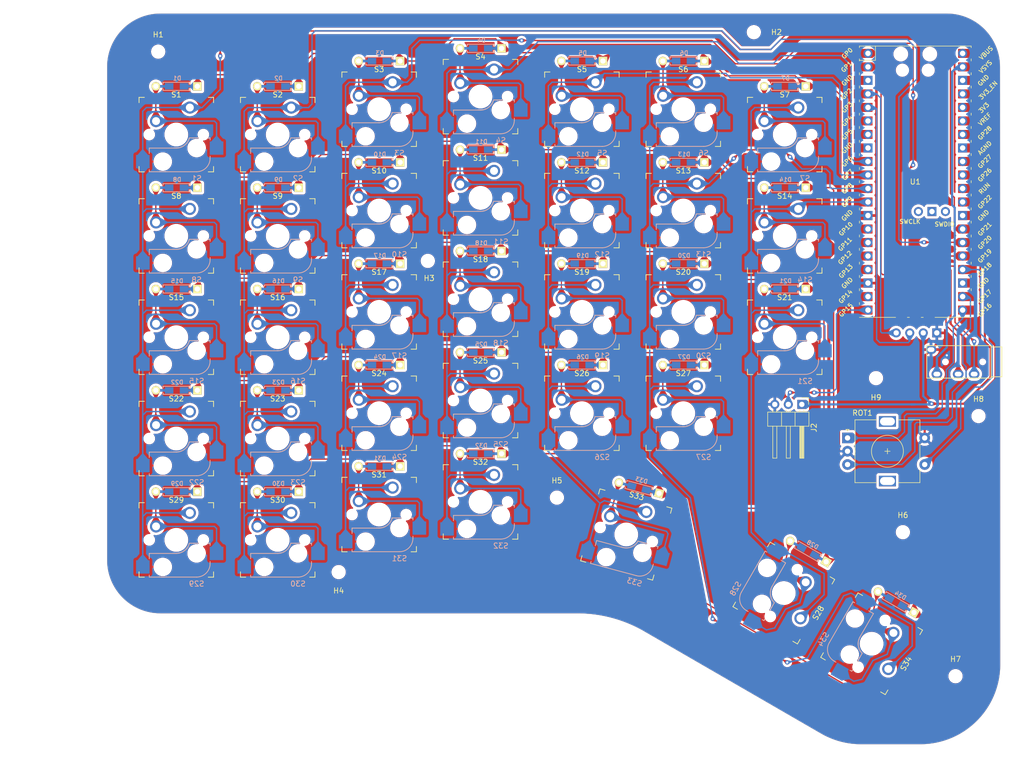
<source format=kicad_pcb>
(kicad_pcb (version 20221018) (generator pcbnew)
  (layers (0 "F.Cu" signal) (31 "B.Cu" signal) (34 "B.Paste" user) (35 "F.Paste" user) (36 "B.SilkS" user "B.Silkscreen") (37 "F.SilkS" user "F.Silkscreen") (38 "B.Mask" user) (39 "F.Mask" user) (44 "Edge.Cuts" user))
  (net 0 "")
  (net 1 "row0")
  (net 2 "Net-(D1-A)")
  (net 3 "Net-(D2-A)")
  (net 4 "Net-(D3-A)")
  (net 5 "Net-(D4-A)")
  (net 6 "Net-(D5-A)")
  (net 7 "Net-(D6-A)")
  (net 8 "row1")
  (net 9 "Net-(D8-A)")
  (net 10 "Net-(D9-A)")
  (net 11 "Net-(D10-A)")
  (net 12 "Net-(D11-A)")
  (net 13 "Net-(D12-A)")
  (net 14 "Net-(D13-A)")
  (net 15 "Net-(D14-A)")
  (net 16 "row2")
  (net 17 "Net-(D15-A)")
  (net 18 "row3")
  (net 19 "Net-(D16-A)")
  (net 20 "Net-(D17-A)")
  (net 21 "Net-(D18-A)")
  (net 22 "Net-(D19-A)")
  (net 23 "Net-(D20-A)")
  (net 24 "Net-(D21-A)")
  (net 25 "Net-(D22-A)")
  (net 26 "Net-(D23-A)")
  (net 27 "Net-(D24-A)")
  (net 28 "Net-(D25-A)")
  (net 29 "Net-(D26-A)")
  (net 30 "Net-(D27-A)")
  (net 31 "Net-(D28-A)")
  (net 32 "row4")
  (net 33 "Net-(D29-A)")
  (net 34 "Net-(D31-A)")
  (net 35 "Net-(D33-A)")
  (net 36 "col0")
  (net 37 "col1")
  (net 38 "col2")
  (net 39 "col3")
  (net 40 "col4")
  (net 41 "col5")
  (net 42 "col6")
  (net 43 "Net-(D30-A)")
  (net 44 "Net-(D32-A)")
  (net 45 "Net-(D34-A)")
  (net 46 "Net-(D7-A)")
  (net 47 "GND")
  (net 48 "VCC")
  (net 49 "SCL")
  (net 50 "SDA")
  (net 51 "TX0")
  (net 52 "RX0")
  (net 55 "VSYS")
  (net 60 "LED1")
  (net 74 "ROT1")
  (net 75 "ROT2")
  (net 76 "B1")
  (footprint "keyswitches:Kailh_socket_MX_optional" (layer "F.Cu") (at 82.15 94.05625)
    (fp_text reference "S24")
    (fp_text value "Keyswitch" hide)
  )
  (footprint "keyswitches:Kailh_socket_MX_optional" (layer "F.Cu") (at 120.25 75.00625)
    (fp_text reference "S19")
    (fp_text value "Keyswitch" hide)
  )
  (footprint "keyswitches:Kailh_socket_MX_optional" (layer "F.Cu") (at 44.05 98.81875)
    (fp_text reference "S22")
    (fp_text value "Keyswitch" hide)
  )
  (footprint "MountingHole:MountingHole_2.2mm_M2" (layer "F.Cu") (at 40.65 26.07875)
    (fp_text reference "H1")
    (fp_text value "MountingHole" hide)
  )
  (footprint "RPi_Pico:RPi_PicoW_SMD_TH" (layer "F.Cu") (at 182.885 50.53375)
    (fp_text reference "U1")
    (fp_text value "Pico")
  )
  (footprint "Keebio-Parts:Diode-Hybrid-Back" (layer "F.Cu") (at 40.2 51.64875)
    (fp_text reference "D8")
    (fp_text value "Diode" hide)
  )
  (footprint "keyswitches:Kailh_socket_MX_optional" (layer "F.Cu") (at 63.1 79.76875)
    (fp_text reference "S16")
    (fp_text value "Keyswitch" hide)
  )
  (footprint "keyswitches:Kailh_socket_MX_optional" (layer "F.Cu") (at 63.1 98.81875)
    (fp_text reference "S23")
    (fp_text value "Keyswitch" hide)
  )
  (footprint "Keebio-Parts:Diode-Hybrid-Back" (layer "F.Cu") (at 135.45 84.98625)
    (fp_text reference "D27")
    (fp_text value "Diode" hide)
  )
  (footprint "MountingHole:MountingHole_2.2mm_M2" (layer "F.Cu") (at 115.55 109.91875)
    (fp_text reference "H5")
    (fp_text value "MountingHole" hide)
  )
  (footprint "keyswitches:Kailh_socket_MX_optional" (layer "F.Cu") (at 139.3 36.90625)
    (fp_text reference "S6")
    (fp_text value "Keyswitch" hide)
  )
  (footprint "keyswitches:Kailh_socket_MX_optional" (layer "F.Cu") (at 120.25 94.05625)
    (fp_text reference "S26")
    (fp_text value "Keyswitch" hide)
  )
  (footprint "Keebio-Parts:Diode-Hybrid-Back" (layer "F.Cu") (at 78.3 27.83625)
    (fp_text reference "D3")
    (fp_text value "Diode" hide)
  )
  (footprint "Keebio-Parts:Diode-Hybrid-Back" (layer "F.Cu") (at 78.3 84.98625)
    (fp_text reference "D24")
    (fp_text value "Diode" hide)
  )
  (footprint "keyswitches:Kailh_socket_MX_optional" (layer "F.Cu") (at 82.15 36.90625)
    (fp_text reference "S3")
    (fp_text value "Keyswitch" hide)
  )
  (footprint "Keebio-Parts:Diode-Hybrid-Back" (layer "F.Cu") (at 40.2 108.79875)
    (fp_text reference "D29")
    (fp_text value "Diode" hide)
  )
  (footprint "keyswitches:Kailh_socket_MX_optional" (layer "F.Cu") (at 128.581631 116.851151 -15)
    (fp_text reference "S33")
    (fp_text value "Keyswitch" hide)
  )
  (footprint "keyswitches:Kailh_socket_MX_optional" (layer "F.Cu") (at 158.35 79.76875)
    (fp_text reference "S21")
    (fp_text value "Keyswitch" hide)
  )
  (footprint "keyswitches:Kailh_socket_MX_optional" (layer "F.Cu") (at 63.1 117.86875)
    (fp_text reference "S30")
    (fp_text value "Keyswitch" hide)
  )
  (footprint "keyswitches:Kailh_socket_MX_optional" (layer "F.Cu") (at 44.05 79.76875)
    (fp_text reference "S15")
    (fp_text value "Keyswitch" hide)
  )
  (footprint "keyswitches:Kailh_socket_MX_optional" (layer "F.Cu") (at 120.25 55.95625)
    (fp_text reference "S12")
    (fp_text value "Keyswitch" hide)
  )
  (footprint "keyswitches:Kailh_socket_MX_optional" (layer "F.Cu") (at 139.3 75.00625)
    (fp_text reference "S20")
    (fp_text value "Keyswitch" hide)
  )
  (footprint "Keebio-Parts:Diode-Hybrid-Back" (layer "F.Cu") (at 154.5 51.64875)
    (fp_text reference "D14")
    (fp_text value "Diode" hide)
  )
  (footprint "Keebio-Parts:Diode-Hybrid-Back" (layer "F.Cu") (at 116.4 27.83625)
    (fp_text reference "D5")
    (fp_text value "Diode" hide)
  )
  (footprint "keyswitches:Kailh_socket_MX_optional" (layer "F.Cu") (at 101.2 34.525)
    (fp_text reference "S4")
    (fp_text value "Keyswitch" hide)
  )
  (footprint "Keebio-Parts:Diode-Hybrid-Back" (layer "F.Cu") (at 59.25 89.74875)
    (fp_text reference "D23")
    (fp_text value "Diode" hide)
  )
  (footprint "keyswitches:Kailh_socket_MX_optional" (layer "F.Cu") (at 44.05 60.71875)
    (fp_text reference "S8")
    (fp_text value "Keyswitch" hide)
  )
  (footprint "Keebio-Parts:Diode-Hybrid-Back" (layer "F.Cu") (at 127.210306 107.093751 -15)
    (fp_text reference "D33")
    (fp_text value "Diode" hide)
  )
  (footprint "keyswitches:Kailh_socket_MX_optional" (layer "F.Cu") (at 44.05 41.66875)
    (fp_text reference "S1")
    (fp_text value "Keyswitch" hide)
  )
  (footprint "Keebio-Parts:Diode-Hybrid-Back" (layer "F.Cu") (at 59.25 32.59875)
    (fp_text reference "D2")
    (fp_text value "Diode" hide)
  )
  (footprint "ScottoKeebs_Components:OLED_128x32" (layer "F.Cu") (at 177.12 80.54875 90)
    (fp_text reference "J1" hide)
    (fp_text value "OLED_128x32")
  )
  (footprint "MountingHole:MountingHole_2.2mm_M2" (layer "F.Cu") (at 180.55 116.41875)
    (fp_text reference "H6")
    (fp_text value "MountingHole" hide)
  )
  (footprint "keyswitches:Kailh_socket_MX_optional" (layer "F.Cu") (at 82.15 55.95625)
    (fp_text reference "S10")
    (fp_text value "Keyswitch" hide)
  )
  (footprint "Keebio-Parts:Diode-Hybrid-Back" (layer "F.Cu") (at 40.2 89.74875)
    (fp_text reference "D22")
    (fp_text value "Diode" hide)
  )
  (footprint "keyswitches:Kailh_socket_MX_optional" (layer "F.Cu") (at 82.15 75.00625)
    (fp_text reference "S17")
    (fp_text value "Keyswitch" hide)
  )
  (footprint "MountingHole:MountingHole_2.2mm_M2" (layer "F.Cu") (at 152.55 22.41875)
    (fp_text reference "H2")
    (fp_text value "MountingHole" hide)
  )
  (footprint "Keebio-Parts:Diode-Hybrid-Back" (layer "F.Cu") (at 40.2 70.69875)
    (fp_text reference "D15")
    (fp_text value "Diode" hide)
  )
  (footprint "Keebio-Parts:Diode-Hybrid-Back" (layer "F.Cu") (at 78.3 104.03625)
    (fp_text reference "D31")
    (fp_text value "Diode" hide)
  )
  (footprint "Connector_PinHeader_2.54mm:PinHeader_1x03_P2.54mm_Horizontal" (layer "F.Cu") (at 161.565 92.39375 -90)
    (fp_text reference "J2")
    (fp_text value "Conn_01x03")
  )
  (footprint "keyswitches:Kailh_socket_MX_optional" (layer "F.Cu") (at 158.179034 127.860838 -120)
    (fp_text reference "S28")
    (fp_text value "Keyswitch" hide)
  )
  (footprint "Keebio-Parts:Diode-Hybrid-Back" (layer "F.Cu") (at 175.87762 127.605988 -30)
    (fp_text reference "D34")
    (fp_text value "Diode" hide)
  )
  (footprint "Keebio-Parts:Diode-Hybrid-Back" (layer "F.Cu") (at 59.25 108.79875)
    (fp_text reference "D30")
    (fp_text value "Diode" hide)
  )
  (footprint "keyswitches:Kailh_socket_MX_optional" (layer "F.Cu") (at 158.35 60.71875)
    (fp_text reference "S14")
    (fp_text value "Keyswitch" hide)
  )
  (footprint "keyswitches:Kailh_socket_MX_optional" (layer "F.Cu") (at 139.3 55.95625)
    (fp_text reference "S13")
    (fp_text value "Keyswitch" hide)
  )
  (footprint "Keebio-Parts:Diode-Hybrid-Back" (layer "F.Cu") (at 154.5 32.59875)
    (fp_text reference "D7")
    (fp_text value "Diode" hide)
  )
  (footprint "Keebio-Parts:Diode-Hybrid-Back" (layer "F.Cu") (at 59.25 51.64875)
    (fp_text reference "D9")
    (fp_text value "Diode" hide)
  )
  (footprint "Keebio-Parts:Diode-Hybrid-Back" (layer "F.Cu") (at 135.45 46.88625)
    (fp_text reference "D13")
    (fp_text value "Diode" hide)
  )
  (footprint "MountingHole:MountingHole_2.2mm_M2" (layer "F.Cu") (at 190.439818 143.488932)
    (fp_text reference "H7")
    (fp_text value "MountingHole" hide)
  )
  (footprint "keyswitches:Kailh_socket_MX_optional" (layer "F.Cu") (at 44.05 117.86875)
    (fp_text reference "S29")
    (fp_text value "Keyswitch" hide)
  )
  (footprint "Keebio-Parts:Diode-Hybrid-Back" (layer "F.Cu") (at 97.35 25.455)
    (fp_text reference "D4")
    (fp_text value "Diode" hide)
  )
  (footprint "MountingHole:MountingHole_2.2mm_M2" (layer "F.Cu") (at 74.55 123.91875)
    (fp_text reference "H4")
    (fp_text value "MountingHole" hide)
  )
  (footprint "keyswitches:Kailh_socket_MX_optional" (layer "F.Cu") (at 63.1 41.66875)
    (fp_text reference "S2")
    (fp_text value "Keyswitch" hide)
  )
  (footprint "keyswitches:Kailh_socket_MX_optional" (layer "F.Cu") (at 63.1 60.71875)
    (fp_text reference "S9")
    (fp_text value "Keyswitch" hide)
  )
  (footprint "MountingHole:MountingHole_2.2mm_M2" (layer "F.Cu") (at 194.75625 94.5875)
    (fp_text reference "H8")
    (fp_text value "MountingHole" hide)
  )
  (footprint "keyswitches:Kailh_socket_MX_optional" (layer "F.Cu") (at 101.2 91.675)
    (fp_text reference "S25")
    (fp_text value "Keyswitch" hide)
  )
  (footprint "keyswitches:Kailh_socket_MX_optional" (layer "F.Cu") (at 101.2 53.575)
    (fp_text reference "S11")
    (fp_text value "Keyswitch" hide)
  )
  (footprint "keyswitches:Kailh_socket_MX_optional" (layer "F.Cu") (at 139.3 94.05625)
    (fp_text reference "S27")
    (fp_text value "Keyswitch" hide)
  )
  (footprint "Keebio-Parts:Diode-Hybrid-Back" (layer "F.Cu") (at 135.45 27.83625)
    (fp_text reference "D6")
    (fp_text value "Diode" hide)
  )
  (footprint "MountingHole:MountingHole_2.2mm_M2" (layer "F.Cu") (at 91.3 65.41875)
    (fp_text reference "H3")
    (fp_text value "MountingHole" hide)
  )
  (footprint "Keebio-Parts:Diode-Hybrid-Back" (layer "F.Cu") (at 59.25 70.69875)
    (fp_text reference "D16")
    (fp_text value "Diode" hide)
  )
  (footprint "keyswitches:Kailh_socket_MX_optional" (layer "F.Cu") (at 158.35 41.66875)
    (fp_text reference "S7")
    (fp_text value "Keyswitch" hide)
  )
  (footprint "Keebio-Parts:Diode-Hybrid-Back" (layer "F.Cu") (at 40.2 32.59875)
    (fp_text reference "D1")
    (fp_text value "Diode" hide)
  )
  (footprint "keyswitches:Kailh_socket_MX_optional" (layer "F.Cu") (at 101.2 72.625)
    (fp_text reference "S18")
    (fp_text value "Keyswitch" hide)
  )
  (footprint "keyswitches:Kailh_socket_MX_optional" (layer "F.Cu") (at 174.676818 137.385838 -120)
    (fp_text reference "S34")
    (fp_text value "Keyswitch" hide)
  )
  (footprint "Rotary_Encoder:RotaryEncoder_Alps_EC11E-Switch_Vertical_H20mm" (layer "F.Cu") (at 170.15 98.7)
    (fp_text reference "ROT1")
    (fp_text value "RotaryEncoder_Switch")
  )
  (footprint "Keebio-Parts:Diode-Hybrid-Back" (layer "F.Cu") (at 154.5 70.69875)
    (fp_text reference "D21")
    (fp_text value "Diode" hide)
  )
  (footprint "Keebio-Parts:Diode-Hybrid-Back" (layer "F.Cu") (at 116.4 84.98625)
    (fp_text reference "D26")
    (fp_text value "Diode" hide)
  )
  (footprint "keyswitches:Kailh_socket_MX_optional" (layer "F.Cu") (at 101.2 110.725)
    (fp_text reference "S32")
    (fp_text value "Keyswitch" hide)
  )
  (footprint "keyswitches:Kailh_socket_MX_optional" (layer "F.Cu") (at 82.15 113.10625)
    (fp_text reference "S31")
    (fp_text value "Keyswitch" hide)
  )
  (footprint "Keebio-Parts:Diode-Hybrid-Back" (layer "F.Cu") (at 97.35 44.505)
    (fp_text reference "D11")
    (fp_text value "Diode" hide)
  )
  (footprint "Keebio-Parts:Diode-Hybrid-Back" (layer "F.Cu") (at 78.3 65.93625)
    (fp_text reference "D17")
    (fp_text value "Diode" hide)
  )
  (footprint "Keebio-Parts:Diode-Hybrid-Back" (layer "F.Cu") (at 78.3 46.88625)
    (fp_text reference "D10")
    (fp_text value "Diode" hide)
  )
  (footprint "Keebio-Parts:Diode-Hybrid-Back" (layer "F.Cu") (at 116.4 65.93625)
    (fp_text reference "D19")
    (fp_text value "Diode" hide)
  )
  (footprint "Keebio-Parts:Diode-Hybrid-Back" (layer "F.Cu") (at 135.45 65.93625)
    (fp_text reference "D20")
    (fp_text value "Diode" hide)
  )
  (footprint "Keebio-Parts:Diode-Hybrid-Back" (layer "F.Cu") (at 116.4 46.88625)
    (fp_text reference "D12")
    (fp_text value "Diode" hide)
  )
  (footprint "ScottoKeebs_Components:TRRS_PJ-320A" (layer "F.Cu") (at 197.1375 84.39375 -90)
    (fp_text reference "U3")
    (fp_text value "TRRS")
  )
  (footprint "MountingHole:MountingHole_2.2mm_M2" (layer "F.Cu") (at 175.502318 87.453932)
    (fp_text reference "H9")
    (fp_text value "MountingHole" hide)
  )
  (footprint "Keebio-Parts:Diode-Hybrid-Back" (layer "F.Cu") (at 97.35 101.655)
    (fp_text reference "D32")
    (fp_text value "Diode" hide)
  )
  (footprint "Keebio-Parts:Diode-Hybrid-Back" (layer "F.Cu") (at 97.35 63.555)
    (fp_text reference "D18")
    (fp_text value "Diode" hide)
  )
  (footprint "Keebio-Parts:Diode-Hybrid-Back" (layer "F.Cu") (at 97.35 82.605)
    (fp_text reference "D25")
    (fp_text value "Diode" hide)
  )
  (footprint "keyswitches:Kailh_socket_MX_optional" (layer "F.Cu") (at 120.25 36.90625)
    (fp_text reference "S5")
    (fp_text value "Keyswitch" hide)
  )
  (footprint "Keebio-Parts:Diode-Hybrid-Back" (layer "F.Cu") (at 159.379836 118.080988 -30)
    (fp_text reference "D28")
    (fp_text value "Diode" hide)
  )
  (gr_arc (start 41.049977 131.668773) (mid 33.978909 128.739841) (end 31.049977 121.668773) (stroke (width 0.0381)) (layer "Edge.Cuts"))
  (gr_line (start 183.844087 156.278773) (end 172.677058 156.278773) (stroke (width 0.0381)) (layer "Edge.Cuts"))
  (gr_line (start 119.41074 131.672374) (end 41.049977 131.668773) (stroke (width 0.0381)) (layer "Edge.Cuts"))
  (gr_arc (start 198.844086 141.272884) (mid 194.452771 151.883293) (end 183.844087 156.278773) (stroke (width 0.0381)) (layer "Edge.Cuts"))
  (gr_arc (start 31.049977 28.918773) (mid 33.978881 21.847668) (end 41.049977 18.918773) (stroke (width 0.0381)) (layer "Edge.Cuts"))
  (gr_line (start 165.164389 154.261832) (end 131.929322 135.033142) (stroke (width 0.0381)) (layer "Edge.Cuts"))
  (gr_arc (start 172.677058 156.278773) (mid 168.787706 155.765763) (end 165.164389 154.261832) (stroke (width 0.0381)) (layer "Edge.Cuts"))
  (gr_line (start 198.844086 141.272884) (end 198.799977 28.918773) (stroke (width 0.0381)) (layer "Edge.Cuts"))
  (gr_arc (start 119.41074 131.672374) (mid 125.891628 132.527329) (end 131.929322 135.033142) (stroke (width 0.0381)) (layer "Edge.Cuts"))
  (gr_line (start 31.049977 121.668773) (end 31.049977 28.918773) (stroke (width 0.0381)) (layer "Edge.Cuts"))
  (gr_arc (start 188.799977 18.918773) (mid 195.871068 21.847682) (end 198.799977 28.918773) (stroke (width 0.0381)) (layer "Edge.Cuts"))
  (gr_line (start 188.799977 18.918773) (end 41.049977 18.918773) (stroke (width 0.0381)) (layer "Edge.Cuts"))
  (segment (start 160.32 30.61875) (end 162.3 32.59875) (width 0.25) (layer "F.Cu") (net 1))
  (segment (start 92.0575 27.83625) (end 96.245 23.64875) (width 0.25) (layer "F.Cu") (net 1))
  (segment (start 69.8 26.41875) (end 85.8 26.41875) (width 0.25) (layer "F.Cu") (net 1))
  (segment (start 124.2 27.83625) (end 122.65 26.28625) (width 0.25) (layer "F.Cu") (net 1))
  (segment (start 67.05 29.16875) (end 69.8 26.41875) (width 0.25) (layer "F.Cu") (net 1))
  (segment (start 124.2 27.83625) (end 125.7675 26.26875) (width 0.25) (layer "F.Cu") (net 1))
  (segment (start 106.13625 25.455) (end 105.15 25.455) (width 0.25) (layer "F.Cu") (net 1))
  (segment (start 104.03 23.64875) (end 105.15 24.76875) (width 0.25) (layer "F.Cu") (net 1))
  (segment (start 86.1 27.83625) (end 92.0575 27.83625) (width 0.25) (layer "F.Cu") (net 1))
  (segment (start 169.65 59.26875) (end 169.805 59.42375) (width 0.25) (layer "F.Cu") (net 1))
  (segment (start 142.725 26.26875) (end 143.25 26.79375) (width 0.25) (layer "F.Cu") (net 1))
  (segment (start 162.3 32.59875) (end 167.15 32.59875) (width 0.25) (layer "F.Cu") (net 1))
  (segment (start 169.65 35.09875) (end 169.65 59.26875) (width 0.25) (layer "F.Cu") (net 1))
  (segment (start 143.25 27.83625) (end 144.4175 27.83625) (width 0.25) (layer "F.Cu") (net 1))
  (segment (start 67.05 30.44375) (end 67.05 29.16875) (width 0.25) (layer "F.Cu") (net 1))
  (segment (start 48 32.59875) (end 48 31.21875) (width 0.25) (layer "F.Cu") (net 1))
  (segment (start 144.4175 27.83625) (end 147.2 30.61875) (width 0.25) (layer "F.Cu") (net 1))
  (segment (start 67.025 30.41875) (end 67.05 30.44375) (width 0.25) (layer "F.Cu") (net 1))
  (segment (start 122.65 26.28625) (end 122.65 26.26875) (width 0.25) (layer "F.Cu") (net 1))
  (segment (start 125.7675 26.26875) (end 142.725 26.26875) (width 0.25) (layer "F.Cu") (net 1))
  (segment (start 167.15 32.59875) (end 169.65 35.09875) (width 0.25) (layer "F.Cu") (net 1))
  (segment (start 67.05 31.16875) (end 67.05 32.59875) (width 0.25) (layer "F.Cu") (net 1))
  (segment (start 122.65 26.26875) (end 106.95 26.26875) (width 0.25) (layer "F.Cu") (net 1))
  (segment (start 106.95 26.26875) (end 106.13625 25.455) (width 0.25) (layer "F.Cu") (net 1))
  (segment (start 143.25 26.79375) (end 143.25 27.83625) (width 0.25) (layer "F.Cu") (net 1))
  (segment (start 85.8 26.41875) (end 86.1 26.71875) (width 0.25) (layer "F.Cu") (net 1))
  (segment (start 66.2 30.41875) (end 66.3 30.41875) (width 0.25) (layer "F.Cu") (net 1))
  (segment (start 67.05 32.59875) (end 67.05 30.44375) (width 0.25) (layer "F.Cu") (net 1))
  (segment (start 105.15 24.76875) (end 105.15 25.455) (width 0.25) (layer "F.Cu") (net 1))
  (segment (start 66.2 30.41875) (end 67.025 30.41875) (width 0.25) (layer "F.Cu") (net 1))
  (segment (start 48 31.21875) (end 48.8 30.41875) (width 0.25) (layer "F.Cu") (net 1))
  (segment (start 147.2 30.61875) (end 160.32 30.61875) (width 0.25) (layer "F.Cu") (net 1))
  (segment (start 86.1 26.71875) (end 86.1 27.83625) (width 0.25) (layer "F.Cu") (net 1))
  (segment (start 48.8 30.41875) (end 66.2 30.41875) (width 0.25) (layer "F.Cu") (net 1))
  (segment (start 96.245 23.64875) (end 104.03 23.64875) (width 0.25) (layer "F.Cu") (net 1))
  (segment (start 169.805 59.42375) (end 173.995 59.42375) (width 0.25) (layer "F.Cu") (net 1))
  (segment (start 46.6 32.59875) (end 48 32.59875) (width 0.25) (layer "B.Cu") (net 1))
  (segment (start 103.75 25.455) (end 105.15 25.455) (width 0.25) (layer "B.Cu") (net 1))
  (segment (start 160.9 32.59875) (end 162.3 32.59875) (width 0.25) (layer "B.Cu") (net 1))
  (segment (start 122.8 27.83625) (end 124.2 27.83625) (width 0.25) (layer "B.Cu") (net 1))
  (segment (start 65.65 32.59875) (end 67.05 32.59875) (width 0.25) (layer "B.Cu") (net 1))
  (segment (start 40.2 32.59875) (end 40.2 39.08875) (width 0.25) (layer "F.Cu") (net 2))
  (segment (start 51.61 39.52875) (end 51.21 39.12875) (width 0.25) (layer "B.Cu") (net 2))
  (segment (start 51.61 44.20875) (end 51.61 39.52875) (width 0.25) (layer "B.Cu") (net 2))
  (segment (start 51.21 39.12875) (end 40.24 39.12875) (width 0.25) (layer "B.Cu") (net 2))
  (segment (start 59.25 32.59875) (end 59.25 39.08875) (width 0.25) (layer "F.Cu") (net 3))
  (segment (start 70.26 39.12875) (end 59.29 39.12875) (width 0.25) (layer "B.Cu") (net 3))
  (segment (start 70.66 39.52875) (end 70.26 39.12875) (width 0.25) (layer "B.Cu") (net 3))
  (segment (start 70.66 44.20875) (end 70.66 39.52875) (width 0.25) (layer "B.Cu") (net 3))
  (segment (start 78.34 34.36625) (end 78.34 27.87625) (width 0.25) (layer "F.Cu") (net 4))
  (segment (start 89.31 34.36625) (end 78.34 34.36625) (width 0.25) (layer "B.Cu") (net 4))
  (segment (start 89.71 39.44625) (end 89.71 34.76625) (width 0.25) (layer "B.Cu") (net 4))
  (segment (start 89.71 34.76625) (end 89.31 34.36625) (width 0.25) (layer "B.Cu") (net 4))
  (segment (start 97.35 25.455) (end 97.35 31.945) (width 0.25) (layer "F.Cu") (net 5))
  (segment (start 108.76 32.385) (end 108.36 31.985) (width 0.25) (layer "B.Cu") (net 5))
  (segment (start 108.76 37.065) (end 108.76 32.385) (width 0.25) (layer "B.Cu") (net 5))
  (segment (start 108.36 31.985) (end 97.39 31.985) (width 0.25) (layer "B.Cu") (net 5))
  (segment (start 116.4 27.83625) (end 116.4 34.32625) (width 0.25) (layer "F.Cu") (net 6))
  (segment (start 127.81 39.44625) (end 127.81 34.76625) (width 0.25) (layer "B.Cu") (net 6))
  (segment (start 127.41 34.36625) (end 116.44 34.36625) (width 0.25) (layer "B.Cu") (net 6))
  (segment (start 127.81 34.76625) (end 127.41 34.36625) (width 0.25) (layer "B.Cu") (net 6))
  (segment (start 135.49 34.36625) (end 135.49 27.87625) (width 0.25) (layer "F.Cu") (net 7))
  (segment (start 146.86 34.76625) (end 146.46 34.36625) (width 0.25) (layer "B.Cu") (net 7))
  (segment (start 146.86 39.44625) (end 146.86 34.76625) (width 0.25) (layer "B.Cu") (net 7))
  (segment (start 146.46 34.36625) (end 135.49 34.36625) (width 0.25) (layer "B.Cu") (net 7))
  (segment (start 168.345 61.96375) (end 167.55 61.16875) (width 0.25) (layer "F.Cu") (net 8))
  (segment (start 167.05 51.64875) (end 162.3 51.64875) (width 0.25) (layer "F.Cu") (net 8))
  (segment (start 85.8 45.41875) (end 71.3 45.41875) (width 0.25) (layer "F.Cu") (net 8))
  (segment (start 167.55 52.14875) (end 167.05 51.64875) (width 0.25) (layer "F.Cu") (net 8))
  (segment (start 67.05 49.66875) (end 67.05 51.64875) (width 0.25) (layer "F.Cu") (net 8))
  (segment (start 66.3 49.66875) (end 67.05 50.41875) (width 0.25) (layer "F.Cu") (net 8))
  (segment (start 124.2 46.88625) (end 124.2 45.26875) (width 0.25) (layer "F.Cu") (net 8))
  (segment (start 173.995 61.96375) (end 168.345 61.96375) (width 0.25) (layer "F.Cu") (net 8))
  (segment (start 86.1 46.88625) (end 86.1 45.71875) (width 0.25) (layer "F.Cu") (net 8))
  (segment (start 146.2675 46.88625) (end 149.3 49.91875) (width 0.25) (layer "F.Cu") (net 8))
  (segment (start 149.3 49.91875) (end 162.05 49.91875) (width 0.25) (layer "F.Cu") (net 8))
  (segment (start 87.3 42.91875) (end 104.55 42.91875) (width 0.25) (layer "F.Cu") (net 8))
  (segment (start 86.1 45.71875) (end 85.8 45.41875) (width 0.25) (layer "F.Cu") (net 8))
  (segment (start 48 50.21875) (end 48.55 49.66875) (width 0.25) (layer "F.Cu") (net 8))
  (segment (start 142.8 44.66875) (end 143.25 45.11875) (width 0.25) (layer "F.Cu") (net 8))
  (segment (start 48 51.64875) (end 48 50.21875) (width 0.25) (layer "F.Cu") (net 8))
  (segment (start 48.55 49.66875) (end 66.3 49.66875) (width 0.25) (layer "F.Cu") (net 8))
  (segment (start 105.15 43.51875) (end 105.15 44.505) (width 0.25) (layer "F.Cu") (net 8))
  (segment (start 86.1 46.88625) (end 86.1 44.11875) (width 0.25) (layer "F.Cu") (net 8))
  (segment (start 124.8 44.66875) (end 142.8 44.66875) (width 0.25) (layer "F.Cu") (net 8))
  (segment (start 67.05 50.41875) (end 67.05 51.64875) (width 0.25) (layer "F.Cu") (net 8))
  (segment (start 86.1 44.11875) (end 87.3 42.91875) (width 0.25) (layer "F.Cu") (net 8))
  (segment (start 143.25 45.11875) (end 143.25 46.88625) (width 0.25) (layer "F.Cu") (net 8))
  (segment (start 167.55 61.16875) (end 167.55 52.14875) (width 0.25) (layer "F.Cu") (net 8))
  (segment (start 124.2 45.56875) (end 124.2 46.88625) (width 0.25) (layer "F.Cu") (net 8))
  (segment (start 162.05 49.91875) (end 162.3 50.16875) (width 0.25) (layer "F.Cu") (net 8))
  (segment (start 104.55 42.91875) (end 105.15 43.51875) (width 0.25) (layer "F.Cu") (net 8))
  (segment (start 123.13625 44.505) (end 124.2 45.56875) (width 0.25) (layer "F.Cu") (net 8))
  (segment (start 143.25 46.88625) (end 146.2675 46.88625) (width 0.25) (layer "F.Cu") (net 8))
  (segment (start 124.2 45.26875) (end 124.8 44.66875) (width 0.25) (layer "F.Cu") (net 8))
  (segment (start 71.3 45.41875) (end 67.05 49.66875) (width 0.25) (layer "F.Cu") (net 8))
  (segment (start 162.3 50.16875) (end 162.3 51.64875) (width 0.25) (layer "F.Cu") (net 8))
  (segment (start 105.15 44.505) (end 123.13625 44.505) (width 0.25) (layer "F.Cu") (net 8))
  (segment (start 122.8 46.88625) (end 124.2 46.88625) (width 0.25) (layer "B.Cu") (net 8))
  (segment (start 141.85 46.88625) (end 143.25 46.88625) (width 0.25) (layer "B.Cu") (net 8))
  (segment (start 46.6 51.64875) (end 48 51.64875) (width 0.25) (layer "B.Cu") (net 8))
  (segment (start 160.9 51.64875) (end 162.3 51.64875) (width 0.25) (layer "B.Cu") (net 8))
  (segment (start 65.65 51.64875) (end 67.05 51.64875) (width 0.25) (layer "B.Cu") (net 8))
  (segment (start 84.7 46.88625) (end 86.1 46.88625) (width 0.25) (layer "B.Cu") (net 8))
  (segment (start 40.2 51.64875) (end 40.2 58.13875) (width 0.25) (layer "F.Cu") (net 9))
  (segment (start 51.21 58.17875) (end 40.24 58.17875) (width 0.25) (layer "B.Cu") (net 9))
  (segment (start 51.61 63.25875) (end 51.61 58.57875) (width 0.25) (layer "B.Cu") (net 9))
  (segment (start 51.61 58.57875) (end 51.21 58.17875) (width 0.25) (layer "B.Cu") (net 9))
  (segment (start 59.25 51.64875) (end 59.25 58.13875) (width 0.25) (layer "F.Cu") (net 10))
  (segment (start 70.66 63.25875) (end 70.66 58.57875) (width 0.25) (layer "B.Cu") (net 10))
  (segment (start 70.66 58.57875) (end 70.26 58.17875) (width 0.25) (layer "B.Cu") (net 10))
  (segment (start 70.26 58.17875) (end 59.29 58.17875) (width 0.25) (layer "B.Cu") (net 10))
  (segment (start 78.3 46.88625) (end 78.3 53.37625) (width 0.25) (layer "F.Cu") (net 11))
  (segment (start 89.71 58.49625) (end 89.71 53.81625) (width 0.25) (layer "B.Cu") (net 11))
  (segment (start 89.71 53.81625) (end 89.31 53.41625) (width 0.25) (layer "B.Cu") (net 11))
  (segment (start 89.31 53.41625) (end 78.34 53.41625) (width 0.25) (layer "B.Cu") (net 11))
  (segment (start 97.35 44.505) (end 97.35 50.995) (width 0.2) (layer "F.Cu") (net 12))
  (segment (start 108.76 56.115) (end 108.76 51.435) (width 0.25) (layer "B.Cu") (net 12))
  (segment (start 108.76 51.435) (end 108.36 51.035) (width 0.25) (layer "B.Cu") (net 12))
  (segment (start 108.36 51.035) (end 97.39 51.035) (width 0.25) (layer "B.Cu") (net 12))
  (segment (start 116.4 46.88625) (end 116.4 53.37625) (width 0.25) (layer "F.Cu") (net 13))
  (segment (start 127.81 58.49625) (end 127.81 53.81625) (width 0.25) (layer "B.Cu") (net 13))
  (segment (start 127.81 53.81625) (end 127.41 53.41625) (width 0.25) (layer "B.Cu") (net 13))
  (segment (start 127.41 53.41625) (end 116.44 53.41625) (width 0.25) (layer "B.Cu") (net 13))
  (segment (start 135.45 46.88625) (end 135.45 53.37625) (width 0.25) (layer "F.Cu") (net 14))
  (segment (start 146.86 53.81625) (end 146.46 53.41625) (width 0.25) (layer "B.Cu") (net 14))
  (segment (start 146.46 53.41625) (end 135.49 53.41625) (width 0.25) (layer "B.Cu") (net 14))
  (segment (start 146.86 58.49625) (end 146.86 53.81625) (width 0.25) (layer "B.Cu") (net 14))
  (segment (start 154.5 51.64875) (end 154.5 58.13875) (width 0.25) (layer "F.Cu") (net 15))
  (segment (start 165.51 58.17875) (end 154.54 58.17875) (width 0.25) (layer "B.Cu") (net 15))
  (segment (start 165.91 58.57875) (end 165.51 58.17875) (width 0.25) (layer "B.Cu") (net 15))
  (segment (start 165.91 63.25875) (end 165.91 58.57875) (width 0.25) (layer "B.Cu") (net 15))
  (segment (start 142.8 63.66875) (end 143.25 64.11875) (width 0.25) (layer "F.Cu") (net 16))
  (segment (start 85.05 64.41875) (end 86.1 65.46875) (width 0.25) (layer "F.Cu") (net 16))
  (segment (start 168.215 64.50375) (end 167.55 65.16875) (width 0.25) (layer "F.Cu") (net 16))
  (segment (start 66.55 68.66875) (end 67.05 69.16875) (width 0.25) (layer "F.Cu") (net 16))
  (segment (start 165.375 70.69875) (end 162.3 70.69875) (width 0.25) (layer "F.Cu") (net 16))
  (segment (start 86.1 65.93625) (end 86.1 63.36875) (width 0.25) (layer "F.Cu") (net 16))
  (segment (start 162.05 68.91875) (end 162.3 69.16875) (width 0.25) (layer "F.Cu") (net 16))
  (segment (start 67.05 69.16875) (end 67.05 70.69875) (width 0.25) (layer "F.Cu") (net 16))
  (segment (start 124.2 64.51875) (end 124.2 65.93625) (width 0.25) (layer "F.Cu") (net 16))
  (segment (start 105.15 62.26875) (end 105.15 63.555) (width 0.25) (layer "F.Cu") (net 16))
  (segment (start 146.0675 65.93625) (end 149.05 68.91875) (width 0.25) (layer "F.Cu") (net 16))
  (segment (start 125.05 63.66875) (end 142.8 63.66875) (width 0.25) (layer "F.Cu") (net 16))
  (segment (start 123.43625 63.555) (end 124.3 64.41875) (width 0.25) (layer "F.Cu") (net 16))
  (segment (start 48 70.69875) (end 48 69.71875) (width 0.25) (layer "F.Cu") (net 16))
  (segment (start 86.1 63.36875) (end 87.55 61.91875) (width 0.25) (layer "F.Cu") (net 16))
  (segment (start 124.3 64.41875) (end 124.2 64.51875) (width 0.25) (layer "F.Cu") (net 16))
  (segment (start 167.55 65.16875) (end 167.55 68.51875) (width 0.25) (layer "F.Cu") (net 16))
  (segment (start 67.05 70.69875) (end 67.05 68.91875) (width 0.25) (layer "F.Cu") (net 16))
  (segment (start 67.05 68.91875) (end 71.55 64.41875) (width 0.25) (layer "F.Cu") (net 16))
  (segment (start 49.05 68.66875) (end 66.55 68.66875) (width 0.25) (layer "F.Cu") (net 16))
  (segment (start 149.05 68.91875) (end 162.05 68.91875) (width 0.25) (layer "F.Cu") (net 16))
  (segment (start 162.3 69.16875) (end 162.3 70.69875) (width 0.25) (layer "F.Cu") (net 16))
  (segment (start 124.2 64.51875) (end 125.05 63.66875) (width 0.25) (layer "F.Cu") (net 16))
  (segment (start 143.25 64.11875) (end 143.25 65.93625) (width 0.25) (layer "F.Cu") (net 16))
  (segment (start 165.375 70.69375) (end 167.55 68.51875) (width 0.25) (layer "F.Cu") (net 16))
  (segment (start 143.25 65.93625) (end 146.0675 65.93625) (width 0.25) (layer "F.Cu") (net 16))
  (segment (start 87.55 61.91875) (end 104.8 61.91875) (width 0.25) (layer "F.Cu") (net 16))
  (segment (start 104.8 61.91875) (end 105.15 62.26875) (width 0.25) (layer "F.Cu") (net 16))
  (segment (start 165.375 70.69875) (end 165.375 70.69375) (width 0.25) (layer "F.Cu") (net 16))
  (segment (start 48 69.71875) (end 49.05 68.66875) (width 0.25) (layer "F.Cu") (net 16))
  (segment (start 173.995 64.50375) (end 168.215 64.50375) (width 0.25) (layer "F.Cu") (net 16))
  (segment (start 71.55 64.41875) (end 85.05 64.41875) (width 0.25) (layer "F.Cu") (net 16))
  (segment (start 105.15 63.555) (end 123.43625 63.555) (width 0.25) (layer "F.Cu") (net 16))
  (segment (start 103.75 63.555) (end 105.15 63.555) (width 0.25) (layer "B.Cu") (net 16))
  (segment (start 160.9 70.69875) (end 162.3 70.69875) (width 0.25) (layer "B.Cu") (net 16))
  (segment (start 65.65 70.69875) (end 67.05 70.69875) (width 0.25) (layer "B.Cu") (net 16))
  (segment (start 46.6 70.69875) (end 48 70.69875) (width 0.25) (layer "B.Cu") (net 16))
  (segment (start 84.7 65.93625) (end 86.1 65.93625) (width 0.25) (layer "B.Cu") (net 16))
  (segment (start 141.85 65.93625) (end 143.25 65.93625) (width 0.25) (layer "B.Cu") (net 16))
  (segment (start 40.2 70.69875) (end 40.2 77.18875) (width 0.25) (layer "F.Cu") (net 17))
  (segment (start 51.61 82.30875) (end 51.61 77.62875) (width 0.25) (layer "B.Cu") (net 17))
  (segment (start 51.61 77.62875) (end 51.21 77.22875) (width 0.25) (layer "B.Cu") (net 17))
  (segment (start 51.21 77.22875) (end 40.24 77.22875) (width 0.25) (layer "B.Cu") (net 17))
  (segment (start 168.55 114.486582) (end 168.55 120.59375) (width 0.25) (layer "F.Cu") (net 18))
  (segment (start 168.55 120.59375) (end 167.162762 121.980988) (width 0.25) (layer "F.Cu") (net 18))
  (segment (start 168.8 71.91875) (end 166.8 71.91875) (width 0.25) (layer "F.Cu") (net 18))
  (segment (start 48 88.71875) (end 48.8 87.91875) (width 0.25) (layer "F.Cu") (net 18))
  (segment (start 72.05 83.41875) (end 85.55 83.41875) (width 0.25) (layer "F.Cu") (net 18))
  (segment (start 165.725 111.661582) (end 168.55 114.486582) (width 0.25) (layer "F.Cu") (net 18))
  (segment (start 169.05 67.66875) (end 169.05 71.66875) (width 0.25) (layer "F.Cu") (net 18))
  (segment (start 48 89.74875) (end 48 88.71875) (width 0.25) (layer "F.Cu") (net 18))
  (segment (start 67.05 89.74875) (end 67.05 88.41875) (width 0.25) (layer "F.Cu") (net 18))
  (segment (start 105.15 82.605) (end 123.73625 82.605) (width 0.25) (layer "F.Cu") (net 18))
  (segment (start 86.1 82.36875) (end 87.3 81.16875) (width 0.25) (layer "F.Cu") (net 18))
  (segment (start 166.8 71.91875) (end 165.725 72.99375) (width 0.25) (layer "F.Cu") (net 18))
  (segment (start 147.209636 84.98625) (end 149.546068 87.322682) (width 0.25) (layer "F.Cu") (net 18))
  (segment (start 173.995 67.04375) (end 169.675 67.04375) (width 0.25) (layer "F.Cu") (net 18))
  (segment (start 48.8 87.91875) (end 66.8 87.91875) (width 0.25) (layer "F.Cu") (net 18))
  (segment (start 165.725 72.99375) (end 165.725 111.661582) (width 0.25) (layer "F.Cu") (net 18))
  (segment (start 86.1 83.96875) (end 86.1 84.98625) (width 0.25) (layer "F.Cu") (net 18))
  (segment (start 169.675 67.04375) (end 169.05 67.66875) (width 0.25) (layer "F.Cu") (net 18))
  (segment (start 149.546068 111.14375) (end 150.321068 111.91875) (width 0.25) (layer "F.Cu") (net 18))
  (segment (start 169.05 71.66875) (end 168.8 71.91875) (width 0.25) (layer "F.Cu") (net 18))
  (segment (start 124.2 83.51875) (end 125.05 82.66875) (width 0.25) (layer "F.Cu") (net 18))
  (segment (start 143.25 83.11875) (end 143.25 84.98625) (width 0.25) (layer "F.Cu") (net 18))
  (segment (start 142.8 82.66875) (end 143.25 83.11875) (width 0.25) (layer "F.Cu") (net 18))
  (segment (start 124.2 83.06875) (end 124.2 84.98625) (width 0.25) (layer "F.Cu") (net 18))
  (segment (start 66.8 87.91875) (end 67.05 88.16875) (width 0.25) (layer "F.Cu") (net 18))
  (segment (start 67.05 88.41875) (end 72.05 83.41875) (width 0.25) (layer "F.Cu") (net 18))
  (segment (start 67.05 88.16875) (end 67.05 89.74875) (width 0.25) (layer "F.Cu") (net 18))
  (segment (start 150.321068 111.91875) (end 163.275 111.91875) (width 0.25) (layer "F.Cu") (net 18))
  (segment (start 124.2 84.98625) (end 124.2 83.51875) (width 0.25) (layer "F.Cu") (net 18))
  (segment (start 86.1 84.98625) (end 86.1 82.36875) (width 0.25) (layer "F.Cu") (net 18))
  (segment (start 167.162762 121.980988) (end 166.134834 121.980988) (width 0.25) (layer "F.Cu") (net 18))
  (segment (start 123.73625 82.605) (end 124.2 83.06875) (width 0.25) (layer "F.Cu") (net 18))
  (segment (start 149.546068 87.322682) (end 149.546068 111.14375) (width 0.25) (layer "F.Cu") (net 18))
  (segment (start 87.3 81.16875) (end 105.05 81.16875) (width 0.25) (layer "F.Cu") (net 18))
  (segment (start 105.05 81.16875) (end 105.15 81.26875) (width 0.25) (layer "F.Cu") (net 18))
  (segment (start 85.55 83.41875) (end 86.1 83.96875) (width 0.25) (layer "F.Cu") (net 18))
  (segment (start 125.05 82.66875) (end 142.8 82.66875) (width 0.25) (layer "F.Cu") (net 18))
  (segment (start 105.15 81.26875) (end 105.15 82.605) (width 0.25) (layer "F.Cu") (net 18))
  (segment (start 143.25 84.98625) (end 147.209636 84.98625) (width 0.25) (layer "F.Cu") (net 18))
  (segment (start 166.134834 114.778584) (end 166.134834 121.980988) (width 0.25) (layer "F.Cu") (net 18))
  (segment (start 163.275 111.91875) (end 166.134834 114.778584) (width 0.25) (layer "F.Cu") (net 18))
  (segment (start 103.75 82.605) (end 105.15 82.605) (width 0.25) (layer "B.Cu") (net 18))
  (segment (start 141.85 84.98625) (end 143.25 84.98625) (width 0.25) (layer "B.Cu") (net 18))
  (segment (start 84.7 84.98625) (end 86.1 84.98625) (width 0.25) (layer "B.Cu") (net 18))
  (segment (start 65.65 89.74875) (end 67.05 89.74875) (width 0.25) (layer "B.Cu") (net 18))
  (segment (start 46.6 89.74875) (end 48 89.74875) (width 0.25) (layer "B.Cu") (net 18))
  (segment (start 122.8 84.98625) (end 124.2 84.98625) (width 0.25) (layer "B.Cu") (net 18))
  (segment (start 59.25 70.69875) (end 59.25 77.18875) (width 0.25) (layer "F.Cu") (net 19))
  (segment (start 70.66 82.30875) (end 70.66 77.62875) (width 0.25) (layer "B.Cu") (net 19))
  (segment (start 70.66 77.62875) (end 70.26 77.22875) (width 0.25) (layer "B.Cu") (net 19))
  (segment (start 70.26 77.22875) (end 59.29 77.22875) (width 0.25) (layer "B.Cu") (net 19))
  (segment (start 78.3 65.93625) (end 78.3 72.42625) (width 0.25) (layer "F.Cu") (net 20))
  (segment (start 89.31 72.46625) (end 78.34 72.46625) (width 0.25) (layer "B.Cu") (net 20))
  (segment (start 89.71 72.86625) (end 89.31 72.46625) (width 0.25) (layer "B.Cu") (net 20))
  (segment (start 89.71 77.54625) (end 89.71 72.86625) (width 0.25) (layer "B.Cu") (net 20))
  (segment (start 97.35 63.555) (end 97.35 70.045) (width 0.25) (layer "F.Cu") (net 21))
  (segment (start 108.76 70.485) (end 108.36 70.085) (width 0.25) (layer "B.Cu") (net 21))
  (segment (start 108.36 70.085) (end 97.39 70.085) (width 0.25) (layer "B.Cu") (net 21))
  (segment (start 108.76 75.165) (end 108.76 70.485) (width 0.25) (layer "B.Cu") (net 21))
  (segment (start 116.4 65.93625) (end 116.4 72.42625) (width 0.2) (layer "F.Cu") (net 22))
  (segment (start 127.81 77.54625) (end 127.81 72.86625) (width 0.25) (layer "B.Cu") (net 22))
  (segment (start 127.41 72.46625) (end 116.44 72.46625) (width 0.25) (layer "B.Cu") (net 22))
  (segment (start 127.81 72.86625) (end 127.41 72.46625) (width 0.25) (layer "B.Cu") (net 22))
  (segment (start 135.45 65.93625) (end 135.45 72.42625) (width 0.25) (layer "F.Cu") (net 23))
  (segment (start 146.86 72.86625) (end 146.46 72.46625) (width 0.25) (layer "B.Cu") (net 23))
  (segment (start 146.46 72.46625) (end 135.49 72.46625) (width 0.25) (layer "B.Cu") (net 23))
  (segment (start 146.86 77.54625) (end 146.86 72.86625) (width 0.25) (layer "B.Cu") (net 23))
  (segment (start 154.5 70.69875) (end 154.5 77.18875) (width 0.25) (layer "F.Cu") (net 24))
  (segment (start 165.91 82.30875) (end 165.91 77.62875) (width 0.25) (layer "B.Cu") (net 24))
  (segment (start 165.91 77.62875) (end 165.51 77.22875) (width 0.25) (layer "B.Cu") (net 24))
  (segment (start 165.51 77.22875) (end 154.54 77.22875) (width 0.25) (layer "B.Cu") (net 24))
  (segment (start 40.2 89.74875) (end 40.2 96.23875) (width 0.25) (layer "F.Cu") (net 25))
  (segment (start 51.21 96.27875) (end 40.24 96.27875) (width 0.25) (layer "B.Cu") (net 25))
  (segment (start 51.61 96.67875) (end 51.21 96.27875) (width 0.25) (layer "B.Cu") (net 25))
  (segment (start 51.61 101.35875) (end 51.61 96.67875) (width 0.25) (layer "B.Cu") (net 25))
  (segment (start 59.25 89.74875) (end 59.25 96.23875) (width 0.25) (layer "F.Cu") (net 26))
  (segment (start 70.26 96.27875) (end 59.29 96.27875) (width 0.25) (layer "B.Cu") (net 26))
  (segment (start 70.66 101.35875) (end 70.66 96.67875) (width 0.25) (layer "B.Cu") (net 26))
  (segment (start 70.66 96.67875) (end 70.26 96.27875) (width 0.25) (layer "B.Cu") (net 26))
  (segment (start 78.3 84.98625) (end 78.3 91.47625) (width 0.25) (layer "F.Cu") (net 27))
  (segment (start 89.71 96.59625) (end 89.71 91.91625) (width 0.25) (layer "B.Cu") (net 27))
  (segment (start 89.71 91.91625) (end 89.31 91.51625) (width 0.25) (layer "B.Cu") (net 27))
  (segment (start 89.31 91.51625) (end 78.34 91.51625) (width 0.25) (layer "B.Cu") (net 27))
  (segment (start 97.35 82.605) (end 97.35 89.095) (width 0.25) (layer "F.Cu") (net 28))
  (segment (start 108.76 89.535) (end 108.36 89.135) (width 0.25) (layer "B.Cu") (net 28))
  (segment (start 108.76 94.215) (end 108.76 89.535) (width 0.25) (layer "B.Cu") (net 28))
  (segment (start 108.36 89.135) (end 97.39 89.135) (width 0.25) (layer "B.Cu") (net 28))
  (segment (start 116.4 84.98625) (end 116.4 91.47625) (width 0.25) (layer "F.Cu") (net 29))
  (segment (start 127.81 91.91625) (end 127.41 91.51625) (width 0.25) (layer "B.Cu") (net 29))
  (segment (start 127.81 96.59625) (end 127.81 91.91625) (width 0.25) (layer "B.Cu") (net 29))
  (segment (start 127.41 91.51625) (end 116.44 91.51625) (width 0.25) (layer "B.Cu") (net 29))
  (segment (start 135.45 84.98625) (end 135.45 91.47625) (width 0.25) (layer "F.Cu") (net 30))
  (segment (start 146.46 91.51625) (end 135.49 91.51625) (width 0.25) (layer "B.Cu") (net 30))
  (segment (start 146.86 91.91625) (end 146.46 91.51625) (width 0.25) (layer "B.Cu") (net 30))
  (segment (start 146.86 96.59625) (end 146.86 91.91625) (width 0.25) (layer "B.Cu") (net 30))
  (segment (start 162.283739 125.831281) (end 158.646068 124.440342) (width 0.25) (layer "F.Cu") (net 31))
  (segment (start 158.13436 123.372682) (end 158.646068 124.440342) (width 0.25) (layer "F.Cu") (net 31))
  (segment (start 158.13436 123.372682) (end 159.379836 118.080988) (width 0.25) (layer "F.Cu") (net 31))
  (segment (start 156.457788 134.426538) (end 158.5 130.89375) (width 0.25) (layer "B.Cu") (net 31))
  (segment (start 158.5 130.89375) (end 161.182501 129.71875) (width 0.25) (layer "B.Cu") (net 31))
  (segment (start 154.91063 134.78312) (end 156.457788 134.426538) (width 0.25) (layer "B.Cu") (net 31))
  (segment (start 152.28409 133.217836) (end 154.91063 134.78312) (width 0.25) (layer "B.Cu") (net 31))
  (segment (start 161.182501 129.71875) (end 162.3685 125.911127) (width 0.25) (layer "B.Cu") (net 31))
  (segment (start 67.05 108.79875) (end 67.05 104.91875) (width 0.25) (layer "F.Cu") (net 32))
  (segment (start 86.1 102.96875) (end 86.1 104.03625) (width 0.25) (layer "F.Cu") (net 32))
  (segment (start 130.78625 101.655) (end 105.15 101.655) (width 0.25) (layer "F.Cu") (net 32))
  (segment (start 178.555732 149.057346) (end 186.334298 135.885912) (width 0.25) (layer "F.Cu") (net 32))
  (segment (start 182.632618 131.505988) (end 182.632618 125.751368) (width 0.25) (layer "F.Cu") (net 32))
  (segment (start 186.334298 133.639312) (end 186.334298 135.885912) (width 0.25) (layer "F.Cu") (net 32))
  (segment (start 86.1 104.03625) (end 86.1 101.36875) (width 0.25) (layer "F.Cu") (net 32))
  (segment (start 48 107.21875) (end 48.3 106.91875) (width 0.25) (layer "F.Cu") (net 32))
  (segment (start 104.8 100.16875) (end 105.15 100.51875) (width 0.25) (layer "F.Cu") (net 32))
  (segment (start 86.1 101.36875) (end 87.3 100.16875) (width 0.25) (layer "F.Cu") (net 32))
  (segment (start 67.05 107.66875) (end 67.05 108.79875) (width 0.25) (layer "F.Cu") (net 32))
  (segment (start 87.3 100.16875) (end 104.8 100.16875) (width 0.25) (layer "F.Cu") (net 32))
  (segment (start 178.060548 149.55253) (end 178.555732 149.057346) (width 0.25) (layer "F.Cu") (net 32))
  (segment (start 177.26622 149.55253) (end 178.060548 149.55253) (width 0.25) (layer "F.Cu") (net 32))
  (segment (start 69.3 102.66875) (end 85.8 102.66875) (width 0.25) (layer "F.Cu") (net 32))
  (segment (start 66.3 106.91875) (end 67.05 107.66875) (width 0.25) (layer "F.Cu") (net 32))
  (segment (start 186.244368 133.549382) (end 182.632618 131.505988) (width 0.25) (layer "F.Cu") (net 32))
  (segment (start 167.8 73.41875) (end 167.55 73.66875) (width 0.25) (layer "F.Cu") (net 32))
  (segment (start 139.571068 110.547682) (end 143.521068 129.747682) (width 0.25) (layer "F.Cu") (net 32))
  (segment (start 170.55 73.41875) (end 167.8 73.41875) (width 0.25) (layer "F.Cu") (net 32))
  (segment (start 67.05 104.91875) (end 69.3 102.66875) (width 0.25) (layer "F.Cu") (net 32))
  (segment (start 134.744527 109.11254) (end 139.571068 110.547682) (width 0.25) (layer "F.Cu") (net 32))
  (segment (start 186.244368 133.549382) (end 186.334298 133.639312) (width 0.25) (layer "F.Cu") (net 32))
  (segment (start 143.521068 129.747682) (end 177.26622 149.55253) (width 0.25) (layer "F.Cu") (net 32))
  (segment (start 173.995 72.12375) (end 170.8 72.12375) (width 0.25) (layer "F.Cu") (net 32))
  (segment (start 105.15 100.51875) (end 105.15 101.655) (width 0.25) (layer "F.Cu") (net 32))
  (segment (start 182.632618 125.751368) (end 167.55 110.66875) (width 0.25) (layer "F.Cu") (net 32))
  (segment (start 170.55 72.37375) (end 170.55 73.41875) (width 0.25) (layer "F.Cu") (net 32))
  (segment (start 48.3 106.91875) (end 66.3 106.91875) (width 0.25) (layer "F.Cu") (net 32))
  (segment (start 134.744527 105.613277) (end 130.78625 101.655) (width 0.25) (layer "F.Cu") (net 32))
  (segment (start 134.744527 109.11254) (end 134.744527 105.613277) (width 0.25) (layer "F.Cu") (net 32))
  (segment (start 170.8 72.12375) (end 170.55 72.37375) (width 0.25) (layer "F.Cu") (net 32))
  (segment (start 167.55 73.66875) (end 167.55 110.66875) (width 0.25) (layer "F.Cu") (net 32))
  (segment (start 85.8 102.66875) (end 86.1 102.96875) (width 0.25) (layer "F.Cu") (net 32))
  (segment (start 48 108.79875) (end 48 107.21875) (width 0.25) (layer "F.Cu") (net 32))
  (segment (start 46.6 108.79875) (end 48 108.79875) (width 0.25) (layer "B.Cu") (net 32))
  (segment (start 133.39223 108.750192) (end 134.744527 109.11254) (width 0.25) (layer "B.Cu") (net 32))
  (segment (start 84.7 104.03625) (end 86.1 104.03625) (width 0.25) (layer "B.Cu") (net 32))
  (segment (start 65.65 108.79875) (end 67.05 108.79875) (width 0.25) (layer "B.Cu") (net 32))
  (segment (start 40.2 108.79875) (end 40.2 115.28875) (width 0.25) (layer "F.Cu") (net 33))
  (segment (start 51.61 115.72875) (end 51.21 115.32875) (width 0.25) (layer "B.Cu") (net 33))
  (segment (start 51.61 120.40875) (end 51.61 115.72875) (width 0.25) (layer "B.Cu") (net 33))
  (segment (start 51.21 115.32875) (end 40.24 115.32875) (width 0.25) (layer "B.Cu") (net 33))
  (segment (start 78.3 104.03625) (end 78.3 110.52625) (width 0.25) (layer "F.Cu") (net 34))
  (segment (start 89.31 110.56625) (end 78.34 110.56625) (width 0.25) (layer "B.Cu") (net 34))
  (segment (start 89.71 115.64625) (end 89.71 110.96625) (width 0.25) (layer "B.Cu") (net 34))
  (segment (start 89.71 110.96625) (end 89.31 110.56625) (width 0.25) (layer "B.Cu") (net 34))
  (segment (start 127.210305 107.09375) (end 125.53057 113.362609) (width 0.25) (layer "F.Cu") (net 35))
  (segment (start 136.15506 116.250844) (end 125.558854 113.411599) (width 0.25) (layer "B.Cu") (net 35))
  (segment (start 135.22663 121.261275) (end 136.437903 116.740742) (width 0.25) (layer "B.Cu") (net 35))
  (segment (start 136.437903 116.740742) (end 136.15506 116.250844) (width 0.25) (layer "B.Cu") (net 35))
  (segment (start 146.475 22.19375) (end 149.95 25.66875) (width 0.25) (layer "F.Cu") (net 36))
  (segment (start 189.475 23.19375) (end 189.475 52.74375) (width 0.25) (layer "F.Cu") (net 36))
  (segment (start 159.15 22.26875) (end 188.55 22.26875) (width 0.25) (layer "F.Cu") (net 36))
  (segment (start 155.75 25.66875) (end 159.15 22.26875) (width 0.25) (layer "F.Cu") (net 36))
  (segment (start 190.225 59.42375) (end 191.775 59.42375) (width 0.25) (layer "F.Cu") (net 36))
  (segment (start 190.225 53.49375) (end 190.225 59.42375) (width 0.25) (layer "F.Cu") (net 36))
  (segment (start 53.1 22.19375) (end 146.475 22.19375) (width 0.25) (layer "F.Cu") (net 36))
  (segment (start 149.95 25.66875) (end 155.75 25.66875) (width 0.25) (layer "F.Cu") (net 36))
  (segment (start 52.3 26.89375) (end 52.3 22.99375) (width 0.25) (layer "F.Cu") (net 36))
  (segment (start 189.475 52.74375) (end 190.225 53.49375) (width 0.25) (layer "F.Cu") (net 36))
  (segment (start 188.55 22.26875) (end 189.475 23.19375) (width 0.25) (layer "F.Cu") (net 36))
  (segment (start 52.3 22.99375) (end 53.1 22.19375) (width 0.25) (layer "F.Cu") (net 36))
  (via (at 52.3 26.89375) (size 0.8) (drill 0.4) (layers "F.Cu" "B.Cu") (net 36))
  (segment (start 52.3 33.16875) (end 52.3 26.89375) (width 0.25) (layer "B.Cu") (net 36))
  (segment (start 38.43 55.63875) (end 46.59 55.63875) (width 0.25) (layer "B.Cu") (net 36))
  (segment (start 37.7441 46.73285) (end 37.7441 37.27465) (width 0.25) (layer "B.Cu") (net 36))
  (segment (start 48.88 36.58875) (end 52.3 33.16875) (width 0.25) (layer "B.Cu") (net 36))
  (segment (start 37.7441 46.76465) (end 37.7441 122.93285) (width 0.25) (layer "B.Cu") (net 36))
  (segment (start 37.7441 56.32465) (end 38.43 55.63875) (width 0.25) (layer "B.Cu") (net 36))
  (segment (start 37.7441 65.78285) (end 37.7441 56.32465) (width 0.25) (layer "B.Cu") (net 36))
  (segment (start 37.7441 122.93285) (end 37.7441 113.47465) (width 0.25) (layer "B.Cu") (net 36))
  (segment (start 37.7441 103.88285) (end 37.7441 94.42465) (width 0.25) (layer "B.Cu") (net 36))
  (segment (start 38.43 36.58875) (end 46.59 36.58875) (width 0.25) (layer "B.Cu") (net 36))
  (segment (start 37.7441 37.27465) (end 38.43 36.58875) (width 0.25) (layer "B.Cu") (net 36))
  (segment (start 37.7441 84.83285) (end 37.7441 75.37465) (width 0.25) (layer "B.Cu") (net 36))
  (segment (start 46.59 36.58875) (end 48.88 36.58875) (width 0.25) (layer "B.Cu") (net 36))
  (segment (start 38.43 74.68875) (end 46.59 74.68875) (width 0.25) (layer "B.Cu") (net 36))
  (segment (start 37.7441 75.37465) (end 38.43 74.68875) (width 0.25) (layer "B.Cu") (net 36))
  (segment (start 37.7441 94.42465) (end 38.43 93.73875) (width 0.25) (layer "B.Cu") (net 36))
  (segment (start 37.7441 113.47465) (end 38.43 112.78875) (width 0.25) (layer "B.Cu") (net 36))
  (segment (start 38.43 112.78875) (end 46.59 112.78875) (width 0.25) (layer "B.Cu") (net 36))
  (segment (start 38.43 93.73875) (end 46.59 93.73875) (width 0.25) (layer "B.Cu") (net 36))
  (segment (start 191.73 61.91875) (end 191.775 61.96375) (width 0.25) (layer "F.Cu") (net 37))
  (segment (start 184.525 61.91875) (end 191.73 61.91875) (width 0.25) (layer "F.Cu") (net 37))
  (via (at 184.525 61.91875) (size 0.8) (drill 0.4) (layers "F.Cu" "B.Cu") (net 37))
  (segment (start 56.7941 75.37465) (end 57.48 74.68875) (width 0.25) (layer "B.Cu") (net 37))
  (segment (start 57.48 112.78875) (end 65.64 112.78875) (width 0.25) (layer "B.Cu") (net 37))
  (segment (start 183.15 25.54375) (end 181.35 23.74375) (width 0.25) (layer "B.Cu") (net 37))
  (segment (start 68.88 36.58875) (end 65.64 36.58875) (width 0.25) (layer "B.Cu") (net 37))
  (segment (start 155.725 25.66875) (end 150.075 25.66875) (width 0.25) (layer "B.Cu") (net 37))
  (segment (start 183.15 31.24375) (end 183.15 25.54375) (width 0.25) (layer "B.Cu") (net 37))
  (segment (start 56.7941 37.27465) (end 57.48 36.58875) (width 0.25) (layer "B.Cu") (net 37))
  (segment (start 179.8 61.39375) (end 179.8 34.59375) (width 0.25) (layer "B.Cu") (net 37))
  (segment (start 69.55 22.76875) (end 69.55 35.91875) (width 0.25) (layer "B.Cu") (net 37))
  (segment (start 56.7941 56.32465) (end 57.48 55.63875) (width 0.25) (layer "B.Cu") (net 37))
  (segment (start 56.7941 122.93285) (end 56.7941 113.47465) (width 0.25) (layer "B.Cu") (net 37))
  (segment (start 57.48 55.63875) (end 65.64 55.63875) (width 0.25) (layer "B.Cu") (net 37))
  (segment (start 181.35 23.74375) (end 157.65 23.74375) (width 0.25) (layer "B.Cu") (net 37))
  (segment (start 146.575 22.16875) (end 70.15 22.16875) (width 0.25) (layer "B.Cu") (net 37))
  (segment (start 56.7941 46.73285) (end 56.7941 37.27465) (width 0.25) (layer "B.Cu") (net 37))
  (segment (start 70.15 22.16875) (end 69.55 22.76875) (width 0.25) (layer "B.Cu") (net 37))
  (segment (start 179.8 34.59375) (end 183.15 31.24375) (width 0.25) (layer "B.Cu") (net 37))
  (segment (start 56.7941 113.47465) (end 57.48 112.78875) (width 0.25) (layer "B.Cu") (net 37))
  (segment (start 157.65 23.74375) (end 155.725 25.66875) (width 0.25) (layer "B.Cu") (net 37))
  (segment (start 57.48 36.58875) (end 65.64 36.58875) (width 0.25) (layer "B.Cu") (net 37))
  (segment (start 57.48 74.68875) (end 65.64 74.68875) (width 0.25) (layer "B.Cu") (net 37))
  (segment (start 180.325 61.91875) (end 179.8 61.39375) (width 0.25) (layer "B.Cu") (net 37))
  (segment (start 56.7941 84.83285) (end 56.7941 75.37465) (width 0.25) (layer "B.Cu") (net 37))
  (segment (start 57.48 93.73875) (end 65.64 93.73875) (width 0.25) (layer "B.Cu") (net 37))
  (segment (start 56.7941 122.93285) (end 56.7941 46.76465) (width 0.25) (layer "B.Cu") (net 37))
  (segment (start 56.7941 103.88285) (end 56.7941 94.42465) (width 0.25) (layer "B.Cu") (net 37))
  (segment (start 69.55 35.91875) (end 68.88 36.58875) (width 0.25) (layer "B.Cu") (net 37))
  (segment (start 56.7941 94.42465) (end 57.48 93.73875) (width 0.25) (layer "B.Cu") (net 37))
  (segment (start 56.7941 65.78285) (end 56.7941 56.32465) (width 0.25) (layer "B.Cu") (net 37))
  (segment (start 150.075 25.66875) (end 146.575 22.16875) (width 0.25) (layer "B.Cu") (net 37))
  (segment (start 184.525 61.91875) (end 180.325 61.91875) (width 0.25) (layer "B.Cu") (net 37))
  (segment (start 144.675 23.96875) (end 149.075 28.36875) (width 0.25) (layer "F.Cu") (net 38))
  (segment (start 182.475 47.39375) (end 180.975 48.89375) (width 0.25) (layer "F.Cu") (net 38))
  (segment (start 108.925 23.96875) (end 144.675 23.96875) (width 0.25) (layer "F.Cu") (net 38))
  (segment (start 180.975 48.89375) (end 180.975 64.32875) (width 0.25) (layer "F.Cu") (net 38))
  (segment (start 182.475 24.86875) (end 182.475 34.29375) (width 0.25) (layer "F.Cu") (net 38))
  (segment (start 149.075 28.36875) (end 157.7 28.36875) (width 0.25) (layer "F.Cu") (net 38))
  (segment (start 157.7 28.36875) (end 161.55 24.51875) (width 0.25) (layer "F.Cu") (net 38))
  (segment (start 182.125 24.51875) (end 182.475 24.86875) (width 0.25) (layer "F.Cu") (net 38))
  (segment (start 181.15 64.50375) (end 191.775 64.50375) (width 0.25) (layer "F.Cu") (net 38))
  (segment (start 180.975 64.32875) (end 181.15 64.50375) (width 0.25) (layer "F.Cu") (net 38))
  (segment (start 161.55 24.51875) (end 182.125 24.51875) (width 0.25) (layer "F.Cu") (net 38))
  (via (at 182.475 34.29375) (size 0.8) (drill 0.4) (layers "F.Cu" "B.Cu") (net 38))
  (via (at 182.475 47.39375) (size 0.8) (drill 0.4) (layers "F.Cu" "B.Cu") (net 38))
  (via (at 108.925 23.96875) (size 0.8) (drill 0.4) (layers "F.Cu" "B.Cu") (net 38))
  (segment (start 75.8441 108.71215) (end 76.53 108.02625) (width 0.25) (layer "B.Cu") (net 38))
  (segment (start 75.8441 118.17035) (end 75.8441 108.71215) (width 0.25) (layer "B.Cu") (net 38))
  (segment (start 84.69 31.82625) (end 87.3925 31.82625) (width 0.25) (layer "B.Cu") (net 38))
  (segment (start 182.475 34.29375) (end 182.475 47.39375) (width 0.25) (layer "B.Cu") (net 38))
  (segment (start 76.53 108.02625) (end 84.69 108.02625) (width 0.25) (layer "B.Cu") (net 38))
  (segment (start 75.8441 51.56215) (end 76.53 50.87625) (width 0.25) (layer "B.Cu") (net 38))
  (segment (start 89.8 23.91875) (end 108.875 23.91875) (width 0.25) (layer "B.Cu") (net 38))
  (segment (start 75.8441 99.12035) (end 75.8441 89.66215) (width 0.25) (layer "B.Cu") (net 38))
  (segment (start 88.3 30.91875) (end 88.3 25.41875) (width 0.25) (layer "B.Cu") (net 38))
  (segment (start 76.53 50.87625) (end 84.69 50.87625) (width 0.25) (layer "B.Cu") (net 38))
  (segment (start 75.8441 80.07035) (end 75.8441 70.61215) (width 0.25) (layer "B.Cu") (net 38))
  (segment (start 75.8441 41.97035) (end 75.8441 32.51215) (width 0.25) (layer "B.Cu") (net 38))
  (segment (start 108.875 23.91875) (end 108.925 23.96875) (width 0.25) (layer "B.Cu") (net 38))
  (segment (start 75.8441 42.00215) (end 75.8441 118.17035) (width 0.25) (layer "B.Cu") (net 38))
  (segment (start 76.53 31.82625) (end 84.69 31.82625) (width 0.25) (layer "B.Cu") (net 38))
  (segment (start 87.3925 31.82625) (end 88.3 30.91875) (width 0.25) (layer "B.Cu") (net 38))
  (segment (start 76.53 69.92625) (end 84.69 69.92625) (width 0.25) (layer "B.Cu") (net 38))
  (segment (start 88.3 25.41875) (end 89.8 23.91875) (width 0.25) (layer "B.Cu") (net 38))
  (segment (start 75.8441 61.02035) (end 75.8441 51.56215) (width 0.25) (layer "B.Cu") (net 38))
  (segment (start 75.8441 89.66215) (end 76.53 88.97625) (width 0.25) (layer "B.Cu") (net 38))
  (segment (start 76.53 88.97625) (end 84.69 88.97625) (width 0.25) (layer "B.Cu") (net 38))
  (segment (start 75.8441 70.61215) (end 76.53 69.92625) (width 0.25) (layer "B.Cu") (net 38))
  (segment (start 75.8441 32.51215) (end 76.53 31.82625) (width 0.25) (layer "B.Cu") (net 38))
  (segment (start 145.675 24.21875) (end 111.9 24.21875) (width 0.25) (layer "B.Cu") (net 39))
  (segment (start 94.8941 39.6209) (end 94.8941 115.7891) (width 0.25) (layer "B.Cu") (net 39))
  (segment (start 111.9 24.21875) (end 111.9 24.31875) (width 0.25) (layer "B.Cu") (net 39))
  (segment (start 95.58 86.595) (end 103.74 86.595) (width 0.25) (layer "B.Cu") (net 39))
  (segment (start 111.9 24.31875) (end 106.77375 29.445) (width 0.25) (layer "B.Cu") (net 39))
  (segment (start 94.8941 68.2309) (end 95.58 67.545) (width 0.25) (layer "B.Cu") (net 39))
  (segment (start 95.58 67.545) (end 103.74 67.545) (width 0.25) (layer "B.Cu") (net 39))
  (segment (start 173.995 46.72375) (end 171.475 46.72375) (width 0.25) (layer "B.Cu") (net 39))
  (segment (start 94.8941 30.1309) (end 95.58 29.445) (width 0.25) (layer "B.Cu") (net 39))
  (segment (start 94.8941 87.2809) (end 95.58 86.595) (width 0.25) (layer "B.Cu") (net 39))
  (segment (start 94.8941 39.5891) (end 94.8941 30.1309) (width 0.25) (layer "B.Cu") (net 39))
  (segment (start 171.475 46.72375) (end 170.825 46.07375) (width 0.25) (layer "B.Cu") (net 39))
  (segment (start 94.8941 49.1809) (end 95.58 48.495) (width 0.25) (layer "B.Cu") (net 39))
  (segment (start 156.25 28.26875) (end 149.725 28.26875) (width 0.25) (layer "B.Cu") (net 39))
  (segment (start 94.8941 106.3309) (end 95.58 105.645) (width 0.25) (layer "B.Cu") (net 39))
  (segment (start 170.825 28.69375) (end 168.95 26.81875) (width 0.25) (layer "B.Cu") (net 39))
  (segment (start 168.95 26.81875) (end 157.7 26.81875) (width 0.25) (layer "B.Cu") (net 39))
  (segment (start 157.7 26.81875) (end 156.25 28.26875) (width 0.25) (layer "B.Cu") (net 39))
  (segment (start 170.825 46.07375) (end 170.825 28.69375) (width 0.25) (layer "B.Cu") (net 39))
  (segment (start 95.58 48.495) (end 103.74 48.495) (width 0.25) (layer "B.Cu") (net 39))
  (segment (start 94.8941 96.7391) (end 94.8941 87.2809) (width 0.25) (layer "B.Cu") (net 39))
  (segment (start 95.58 29.445) (end 103.74 29.445) (width 0.25) (layer "B.Cu") (net 39))
  (segment (start 94.8941 58.6391) (end 94.8941 49.1809) (width 0.25) (layer "B.Cu") (net 39))
  (segment (start 94.8941 77.6891) (end 94.8941 68.2309) (width 0.25) (layer "B.Cu") (net 39))
  (segment (start 94.8941 115.7891) (end 94.8941 106.3309) (width 0.25) (layer "B.Cu") (net 39))
  (segment (start 149.725 28.26875) (end 145.675 24.21875) (width 0.25) (layer "B.Cu") (net 39))
  (segment (start 95.58 105.645) (end 103.74 105.645) (width 0.25) (layer "B.Cu") (net 39))
  (segment (start 106.77375 29.445) (end 103.74 29.445) (width 0.25) (layer "B.Cu") (net 39))
  (segment (start 168.7 48.91375) (end 169.05 49.26375) (width 0.25) (layer "B.Cu") (net 40))
  (segment (start 121.179914 120.110609) (end 123.627876 110.974689) (width 0.25) (layer "B.Cu") (net 40))
  (segment (start 113.9441 51.56215) (end 114.63 50.87625) (width 0.25) (layer "B.Cu") (net 40))
  (segment (start 122.79 31.82625) (end 124.4475 30.16875) (width 0.25) (layer "B.Cu") (net 40))
  (segment (start 114.63 31.82625) (end 122.79 31.82625) (width 0.25) (layer "B.Cu") (net 40))
  (segment (start 113.9441 80.07035) (end 113.9441 70.61215) (width 0.25) (layer "B.Cu") (net 40))
  (segment (start 148.125 30.99375) (end 167.375 30.99375) (width 0.25) (layer "B.Cu") (net 40))
  (segment (start 168.7 32.31875) (end 168.7 48.91375) (width 0.25) (layer "B.Cu") (net 40))
  (segment (start 113.9441 61.02035) (end 113.9441 51.56215) (width 0.25) (layer "B.Cu") (net 40))
  (segment (start 114.63 50.87625) (end 122.79 50.87625) (width 0.25) (layer "B.Cu") (net 40))
  (segment (start 113.9441 89.66215) (end 114.63 88.97625) (width 0.25) (layer "B.Cu") (net 40))
  (segment (start 113.9441 41.97035) (end 113.9441 32.51215) (width 0.25) (layer "B.Cu") (net 40))
  (segment (start 114.63 88.97625) (end 122.79 88.97625) (width 0.25) (layer "B.Cu") (net 40))
  (segment (start 169.05 49.26375) (end 173.995 49.26375) (width 0.25) (layer "B.Cu") (net 40))
  (segment (start 113.9441 99.12035) (end 113.9441 89.66215) (width 0.25) (layer "B.Cu") (net 40))
  (segment (start 167.375 30.99375) (end 168.7 32.31875) (width 0.25) (layer "B.Cu") (net 40))
  (segment (start 113.96 101.306813) (end 123.627876 110.974689) (width 0.25) (layer "B.Cu") (net 40))
  (segment (start 124.4475 30.16875) (end 147.3 30.16875) (width 0.25) (layer "B.Cu") (net 40))
  (segment (start 113.9441 70.61215) (end 114.63 69.92625) (width 0.25) (layer "B.Cu") (net 40))
  (segment (start 147.3 30.16875) (end 148.125 30.99375) (width 0.25) (layer "B.Cu") (net 40))
  (segment (start 123.627876 110.974689) (end 124.467929 110.489685) (width 0.25) (layer "B.Cu") (net 40))
  (segment (start 124.467929 110.489685) (end 132.349883 112.601648) (width 0.25) (layer "B.Cu") (net 40))
  (segment (start 113.9441 42.00215) (end 113.9441 99.12035) (width 0.25) (layer "B.Cu") (net 40))
  (segment (start 113.96 99.13625) (end 113.96 101.306813) (width 0.25) (layer "B.Cu") (net 40))
  (segment (start 114.63 69.92625) (end 122.79 69.92625) (width 0.25) (layer "B.Cu") (net 40))
  (segment (start 113.9441 32.51215) (end 114.63 31.82625) (width 0.25) (layer "B.Cu") (net 40))
  (segment (start 148.775 46.16875) (end 150.4 44.54375) (width 0.25) (layer "F.Cu") (net 41))
  (segment (start 150.4 44.54375) (end 158.05 44.54375) (width 0.25) (layer "F.Cu") (net 41))
  (segment (start 144.825 132.71875) (end 158.825 140.89375) (width 0.25) (layer "F.Cu") (net 41))
  (segment (start 159.35 45.84375) (end 159.35 45.86875) (width 0.25) (layer "F.Cu") (net 41))
  (segment (start 158.05 44.54375) (end 159.35 45.84375) (width 0.25) (layer "F.Cu") (net 41))
  (via (at 158.825 140.89375) (size 0.8) (drill 0.4) (layers "F.Cu" "B.Cu") (net 41))
  (via (at 159.35 45.86875) (size 0.8) (drill 0.4) (layers "F.Cu" "B.Cu") (net 41))
  (via (at 144.825 132.71875) (size 0.8) (drill 0.4) (layers "F.Cu" "B.Cu") (net 41))
  (via (at 148.775 46.16875) (size 0.8) (drill 0.4) (layers "F.Cu" "B.Cu") (net 41))
  (segment (start 161.6 48.11875) (end 166.1 48.11875) (width 0.25) (layer "B.Cu") (net 41))
  (segment (start 177.858443 142.235307) (end 182.296068 137.797682) (width 0.25) (layer "B.Cu") (net 41))
  (segment (start 133.01 102.336614) (end 133.01 99.13625) (width 0.25) (layer "B.Cu") (net 41))
  (segment (start 132.9941 99.12035) (end 132.9941 42.00215) (width 0.25) (layer "B.Cu") (net 41))
  (segment (start 132.9941 61.02035) (end 132.9941 51.56215) (width 0.25) (layer "B.Cu") (net 41))
  (segment (start 132.9941 80.07035) (end 132.9941 70.61215) (width 0.25) (layer "B.Cu") (net 41))
  (segment (start 132.9941 41.97035) (end 132.9941 32.51215) (width 0.25) (layer "B.Cu") (net 41))
  (segment (start 166.85 48.86875) (end 166.85 51.51875) (width 0.25) (layer "B.Cu") (net 41))
  (segment (start 133.68 31.82625) (end 141.84 31.82625) (width 0.25) (layer "B.Cu") (net 41))
  (segment (start 162.604818 140.081432) (end 169.434591 128.361205) (width 0.25) (layer "B.Cu") (net 41))
  (segment (start 144.621068 131.322682) (end 140.621068 109.947682) (width 0.25) (layer "B.Cu") (net 41))
  (segment (start 133.68 69.92625) (end 141.84 69.92625) (width 0.25) (layer "B.Cu") (net 41))
  (segment (start 144.0675 50.87625) (end 148.775 46.16875) (width 0.25) (layer "B.Cu") (net 41))
  (segment (start 158.825 140.89375) (end 160.596481 140.547269) (width 0.25) (layer "B.Cu") (net 41))
  (segment (start 132.9941 51.56215) (end 133.68 50.87625) (width 0.25) (layer "B.Cu") (net 41))
  (segment (start 141.84 50.87625) (end 144.0675 50.87625) (width 0.25) (layer "B.Cu") (net 41))
  (segment (start 160.596481 140.547269) (end 162.604818 140.081432) (width 0.25) (layer "B.Cu") (net 41))
  (segment (start 170.801011 127.867739) (end 173.422409 129.398538) (width 0.25) (layer "B.Cu") (net 41))
  (segment (start 166.85 51.51875) (end 167.135 51.80375) (width 0.25) (layer "B.Cu") (net 41))
  (segment (start 167.135 51.80375) (end 173.995 51.80375) (width 0.25) (layer "B.Cu") (net 41))
  (segment (start 173.422409 129.398538) (end 175.896068 130.132446) (width 0.25) (layer "B.Cu") (net 41))
  (segment (start 182.296068 137.797682) (end 182.296068 133.832446) (width 0.25) (layer "B.Cu") (net 41))
  (segment (start 132.9941 89.66215) (end 133.68 88.97625) (width 0.25) (layer "B.Cu") (net 41))
  (segment (start 132.9941 99.12035) (end 132.9941 89.66215) (width 0.25) (layer "B.Cu") (net 41))
  (segment (start 175.896068 130.132446) (end 182.296068 133.832446) (width 0.25) (layer "B.Cu") (net 41))
  (segment (start 169.434591 128.361205) (end 170.801011 127.867739) (width 0.25) (layer "B.Cu") (net 41))
  (segment (start 140.621068 109.947682) (end 133.01 102.336614) (width 0.25) (layer "B.Cu") (net 41))
  (segment (start 132.9941 32.51215) (end 133.68 31.82625) (width 0.25) (layer "B.Cu") (net 41))
  (segment (start 133.68 88.97625) (end 141.84 88.97625) (width 0.25) (layer "B.Cu") (net 41))
  (segment (start 144.825 132.71875) (end 144.621068 131.322682) (width 0.25) (layer "B.Cu") (net 41))
  (segment (start 133.68 50.87625) (end 141.84 50.87625) (width 0.25) (layer "B.Cu") (net 41))
  (segment (start 166.1 48.11875) (end 166.85 48.86875) (width 0.25) (layer "B.Cu") (net 41))
  (segment (start 132.9941 70.61215) (end 133.68 69.92625) (width 0.25) (layer "B.Cu") (net 41))
  (segment (start 159.35 45.86875) (end 161.6 48.11875) (width 0.25) (layer "B.Cu") (net 41))
  (segment (start 156.924625 119.873538) (end 159.346068 120.497682) (width 0.25) (layer "B.Cu") (net 42))
  (segment (start 152.0441 65.78285) (end 152.0441 56.32465) (width 0.25) (layer "B.Cu") (net 42))
  (segment (start 152.0441 46.73285) (end 152.0441 37.27465) (width 0.25) (layer "B.Cu") (net 42))
  (segment (start 152.0441 75.37465) (end 152.73 74.68875) (width 0.25) (layer "B.Cu") (net 42))
  (segment (start 156.924625 119.873538) (end 155.481249 119.873538) (width 0.25) (layer "B.Cu") (net 42))
  (segment (start 152.73 36.58875) (end 160.89 36.58875) (width 0.25) (layer "B.Cu") (net 42))
  (segment (start 152.0441 37.27465) (end 152.73 36.58875) (width 0.25) (layer "B.Cu") (net 42))
  (segment (start 165.746068 128.162918) (end 165.746068 124.197682) (width 0.25) (layer "B.Cu") (net 42))
  (segment (start 155.481249 119.873538) (end 152.06 116.452289) (width 0.25) (layer "B.Cu") (net 42))
  (segment (start 161.308443 132.600543) (end 165.746068 128.162918) (width 0.25) (layer "B.Cu") (net 42))
  (segment (start 152.0441 56.32465) (end 152.73 55.63875) (width 0.25) (layer "B.Cu") (net 42))
  (segment (start 152.0441 46.76465) (end 152.0441 84.83285) (width 0.25) (layer "B.Cu") (net 42))
  (segment (start 162.185 54.34375) (end 173.995 54.34375) (width 0.25) (layer "B.Cu") (net 42))
  (segment (start 152.73 74.68875) (end 160.89 74.68875) (width 0.25) (layer "B.Cu") (net 42))
  (segment (start 160.89 55.63875) (end 162.185 54.34375) (width 0.25) (layer "B.Cu") (net 42))
  (segment (start 152.73 55.63875) (end 160.89 55.63875) (width 0.25) (layer "B.Cu") (net 42))
  (segment (start 152.0441 84.83285) (end 152.0441 75.37465) (width 0.25) (layer "B.Cu") (net 42))
  (segment (start 159.346068 120.497682) (end 165.746068 124.197682) (width 0.25) (layer "B.Cu") (net 42))
  (segment (start 152.06 116.452289) (end 152.06 84.84875) (width 0.25) (layer "B.Cu") (net 42))
  (segment (start 59.25 108.79875) (end 59.25 115.28875) (width 0.25) (layer "F.Cu") (net 43))
  (segment (start 70.26 115.32875) (end 59.29 115.32875) (width 0.25) (layer "B.Cu") (net 43))
  (segment (start 70.66 120.40875) (end 70.66 115.72875) (width 0.25) (layer "B.Cu") (net 43))
  (segment (start 70.66 115.72875) (end 70.26 115.32875) (width 0.25) (layer "B.Cu") (net 43))
  (segment (start 97.35 101.655) (end 97.35 108.145) (width 0.2) (layer "F.Cu") (net 44))
  (segment (start 108.76 113.265) (end 108.76 108.585) (width 0.25) (layer "B.Cu") (net 44))
  (segment (start 108.36 108.185) (end 97.39 108.185) (width 0.25) (layer "B.Cu") (net 44))
  (segment (start 108.76 108.585) (end 108.36 108.185) (width 0.25) (layer "B.Cu") (net 44))
  (segment (start 174.565524 133.084552) (end 175.811 127.792858) (width 0.25) (layer "F.Cu") (net 45))
  (segment (start 178.714903 135.543151) (end 175.077232 134.152212) (width 0.25) (layer "F.Cu") (net 45))
  (segment (start 174.565524 133.084552) (end 175.077232 134.152212) (width 0.25) (layer "F.Cu") (net 45))
  (segment (start 177.6 139.36875) (end 178.785999 135.561127) (width 0.25) (layer "B.Cu") (net 45))
  (segment (start 174.917499 140.54375) (end 177.6 139.36875) (width 0.25) (layer "B.Cu") (net 45))
  (segment (start 172.875287 144.076538) (end 174.917499 140.54375) (width 0.25) (layer "B.Cu") (net 45))
  (segment (start 171.328129 144.43312) (end 172.875287 144.076538) (width 0.25) (layer "B.Cu") (net 45))
  (segment (start 168.701589 142.867836) (end 171.328129 144.43312) (width 0.25) (layer "B.Cu") (net 45))
  (segment (start 154.5 32.59875) (end 154.5 39.08875) (width 0.25) (layer "F.Cu") (net 46))
  (segment (start 165.91 39.52875) (end 165.51 39.12875) (width 0.25) (layer "B.Cu") (net 46))
  (segment (start 165.51 39.12875) (end 154.54 39.12875) (width 0.25) (layer "B.Cu") (net 46))
  (segment (start 165.91 44.20875) (end 165.91 39.52875) (width 0.25) (layer "B.Cu") (net 46))
  (segment (start 187.725 82.09375) (end 185.8375 82.09375) (width 0.25) (layer "F.Cu") (net 47))
  (segment (start 186.92 78.94875) (end 186.92 81.01125) (width 0.4) (layer "F.Cu") (net 47))
  (segment (start 175.546068 69.58375) (end 175.546068 76.622682) (width 0.4) (layer "F.Cu") (net 47))
  (segment (start 184.65 83.28125) (end 184.65 98.7) (width 0.4) (layer "F.Cu") (net 47))
  (segment (start 185.8375 82.09375) (end 169.3 82.09375) (width 0.4) (layer "F.Cu") (net 47))
  (segment (start 169.3 82.16875) (end 168.55 82.91875) (width 0.4) (layer "F.Cu") (net 47))
  (segment (start 173.995 69.58375) (end 175.546068 69.58375) (width 0.4) (layer "F.Cu") (net 47))
  (segment (start 168.735787 101.2) (end 170.15 101.2) (width 0.4) (layer "F.Cu") (net 47))
  (segment (start 169.3 82.09375) (end 169.3 82.16875) (width 0.4) (layer "F.Cu") (net 47))
  (segment (start 185.8375 82.09375) (end 184.65 83.28125) (width 0.4) (layer "F.Cu") (net 47))
  (segment (start 168.55 82.91875) (end 168.55 101.014213) (width 0.4) (layer "F.Cu") (net 47))
  (segment (start 175.871068 76.947682) (end 186.495 76.947682) (width 0.4) (layer "F.Cu") (net 47))
  (segment (start 168.55 101.014213) (end 168.735787 101.2) (width 0.4) (layer "F.Cu") (net 47))
  (segment (start 188.8 83.16875) (end 187.725 82.09375) (width 0.25) (layer "F.Cu") (net 47))
  (segment (start 186.495 76.947682) (end 186.92 77.372682) (width 0.4) (layer "F.Cu") (net 47))
  (segment (start 186.92 77.372682) (end 186.92 78.94875) (width 0.4) (layer "F.Cu") (net 47))
  (segment (start 175.546068 76.622682) (end 175.871068 76.947682) (width 0.4) (layer "F.Cu") (net 47))
  (segment (start 186.92 81.01125) (end 185.8375 82.09375) (width 0.4) (layer "F.Cu") (net 47))
  (via (at 188.8 83.16875) (size 0.8) (drill 0.4) (layers "F.Cu" "B.Cu") (net 47))
  (segment (start 170.371068 56.872682) (end 173.983932 56.872682) (width 0.4) (layer "B.Cu") (net 47))
  (segment (start 169.971068 69.322682) (end 169.971068 57.272682) (width 0.4) (layer "B.Cu") (net 47))
  (segment (start 169.971068 57.272682) (end 170.371068 56.872682) (width 0.4) (layer "B.Cu") (net 47))
  (segment (start 173.995 69.58375) (end 170.232136 69.58375) (width 0.4) (layer "B.Cu") (net 47))
  (segment (start 170.232136 69.58375) (end 169.971068 69.322682) (width 0.4) (layer "B.Cu") (net 47))
  (segment (start 156.485 100.16875) (end 156.485 92.39375) (width 0.4) (layer "B.Cu") (net 47))
  (segment (start 170.15 101.2) (end 157.51625 101.2) (width 0.4) (layer "B.Cu") (net 47))
  (segment (start 157.51625 101.2) (end 156.485 100.16875) (width 0.4) (layer "B.Cu") (net 47))
  (segment (start 197.05 81.76875) (end 197.05 87.24375) (width 0.4) (layer "F.Cu") (net 48))
  (segment (start 195.955 37.19375) (end 195.955 80.67375) (width 0.4) (layer "F.Cu") (net 48))
  (segment (start 192.025 92.26875) (end 185.95 92.26875) (width 0.4) (layer "F.Cu") (net 48))
  (segment (start 195.325 36.56375) (end 195.955 37.19375) (width 0.4) (layer "F.Cu") (net 48))
  (segment (start 197.05 87.24375) (end 192.025 92.26875) (width 0.4) (layer "F.Cu") (net 48))
  (segment (start 195.955 80.67375) (end 197.05 81.76875) (width 0.4) (layer "F.Cu") (net 48))
  (segment (start 191.775 36.56375) (end 195.325 36.56375) (width 0.4) (layer "F.Cu") (net 48))
  (via (at 185.95 92.26875) (size 0.8) (drill 0.4) (layers "F.Cu" "B.Cu") (net 48))
  (segment (start 185.825 92.39375) (end 185.95 92.26875) (width 0.4) (layer "B.Cu") (net 48))
  (segment (start 182.15 92.39375) (end 182.825 92.39375) (width 0.4) (layer "B.Cu") (net 48))
  (segment (start 185.81 92.26875) (end 184.38 90.83875) (width 0.4) (layer "B.Cu") (net 48))
  (segment (start 182.15 92.39375) (end 185.825 92.39375) (width 0.4) (layer "B.Cu") (net 48))
  (segment (start 185.95 92.26875) (end 185.81 92.26875) (width 0.4) (layer "B.Cu") (net 48))
  (segment (start 184.38 90.83875) (end 184.38 78.94875) (width 0.4) (layer "B.Cu") (net 48))
  (segment (start 161.565 92.39375) (end 182.15 92.39375) (width 0.4) (layer "B.Cu") (net 48))
  (segment (start 176.217136 80.76875) (end 175.621068 80.172682) (width 0.25) (layer "B.Cu") (net 49))
  (segment (start 181.55 80.76875) (end 176.217136 80.76875) (width 0.25) (layer "B.Cu") (net 49))
  (segment (start 181.84 78.94875) (end 181.84 80.47875) (width 0.25) (layer "B.Cu") (net 49))
  (segment (start 175.621068 80.172682) (end 175.621068 36.83875) (width 0.25) (layer "B.Cu") (net 49))
  (segment (start 181.84 80.47875) (end 181.55 80.76875) (width 0.25) (layer "B.Cu") (net 49))
  (segment (start 175.621068 36.83875) (end 175.346068 36.56375) (width 0.25) (layer "B.Cu") (net 49))
  (segment (start 175.346068 36.56375) (end 173.995 36.56375) (width 0.25) (layer "B.Cu") (net 49))
  (segment (start 173.995 34.02375) (end 175.597136 34.02375) (width 0.25) (layer "B.Cu") (net 50))
  (segment (start 176.371068 34.797682) (end 176.371068 78.722682) (width 0.25) (layer "B.Cu") (net 50))
  (segment (start 179.3 78.94875) (end 176.597136 78.94875) (width 0.25) (layer "B.Cu") (net 50))
  (segment (start 175.597136 34.02375) (end 176.371068 34.797682) (width 0.25) (layer "B.Cu") (net 50))
  (segment (start 176.597136 78.94875) (end 176.371068 78.722682) (width 0.25) (layer "B.Cu") (net 50))
  (segment (start 178.575 66.39375) (end 190.067136 66.39375) (width 0.25) (layer "F.Cu") (net 51))
  (segment (start 176.775 26.40375) (end 178.05 27.67875) (width 0.25) (layer "F.Cu") (net 51))
  (segment (start 190.067136 66.39375) (end 190.346068 66.672682) (width 0.25) (layer "F.Cu") (net 51))
  (segment (start 178.05 27.67875) (end 178.05 65.86875) (width 0.25) (layer "F.Cu") (net 51))
  (segment (start 190.346068 66.672682) (end 190.346068 76.964818) (width 0.25) (layer "F.Cu") (net 51))
  (segment (start 190.346068 76.964818) (end 193.95 80.56875) (width 0.25) (layer "F.Cu") (net 51))
  (segment (start 173.995 26.40375) (end 176.775 26.40375) (width 0.25) (layer "F.Cu") (net 51))
  (segment (start 178.05 65.86875) (end 178.575 66.39375) (width 0.25) (layer "F.Cu") (net 51))
  (via (at 193.95 80.56875) (size 0.8) (drill 0.4) (layers "F.Cu" "B.Cu") (net 51))
  (segment (start 193.95 80.56875) (end 193.9375 80.58125) (width 0.25) (layer "B.Cu") (net 51))
  (segment (start 193.9375 80.58125) (end 193.9375 86.69375) (width 0.25) (layer "B.Cu") (net 51))
  (segment (start 190.9375 86.69375) (end 190.9375 79.80625) (width 0.25) (layer "F.Cu") (net 52))
  (segment (start 188.35 67.99375) (end 176.75 67.99375) (width 0.25) (layer "F.Cu") (net 52))
  (segment (start 175.95 28.94375) (end 173.995 28.94375) (width 0.25) (layer "F.Cu") (net 52))
  (segment (start 190.9375 79.80625) (end 188.65 77.51875) (width 0.25) (layer "F.Cu") (net 52))
  (segment (start 176.45 67.69375) (end 176.45 29.44375) (width 0.25) (layer "F.Cu") (net 52))
  (segment (start 188.65 68.29375) (end 188.35 67.99375) (width 0.25) (layer "F.Cu") (net 52))
  (segment (start 176.45 29.44375) (end 175.95 28.94375) (width 0.25) (layer "F.Cu") (net 52))
  (segment (start 176.75 67.99375) (end 176.45 67.69375) (width 0.25) (layer "F.Cu") (net 52))
  (segment (start 188.65 77.51875) (end 188.65 68.29375) (width 0.25) (layer "F.Cu") (net 52))
  (segment (start 189.7991 29.865718) (end 189.7991 54.925714) (width 0.4) (layer "B.Cu") (net 55))
  (segment (start 191.775 28.94375) (end 190.721068 28.94375) (width 0.4) (layer "B.Cu") (net 55))
  (segment (start 186.9375 83.53125) (end 186.9375 86.69375) (width 0.4) (layer "B.Cu") (net 55))
  (segment (start 190.296068 55.422682) (end 190.296068 75.697682) (width 0.4) (layer "B.Cu") (net 55))
  (segment (start 190.721068 28.94375) (end 189.7991 29.865718) (width 0.4) (layer "B.Cu") (net 55))
  (segment (start 188.8 77.19375) (end 188.8 81.66875) (width 0.4) (layer "B.Cu") (net 55))
  (segment (start 190.296068 75.697682) (end 188.8 77.19375) (width 0.4) (layer "B.Cu") (net 55))
  (segment (start 189.7991 54.925714) (end 190.296068 55.422682) (width 0.4) (layer "B.Cu") (net 55))
  (segment (start 188.8 81.66875) (end 186.9375 83.53125) (width 0.4) (layer "B.Cu") (net 55))
  (segment (start 159.35 90.16875) (end 163.875 90.16875) (width 0.25) (layer "F.Cu") (net 60))
  (via (at 159.35 90.16875) (size 0.8) (drill 0.4) (layers "F.Cu" "B.Cu") (net 60))
  (via (at 163.875 90.16875) (size 0.8) (drill 0.4) (layers "F.Cu" "B.Cu") (net 60))
  (segment (start 159.35 90.19375) (end 159.025 90.51875) (width 0.25) (layer "B.Cu") (net 60))
  (segment (start 163.875 90.16875) (end 167.32 90.16875) (width 0.25) (layer "B.Cu") (net 60))
  (segment (start 168.83 74.66375) (end 173.995 74.66375) (width 0.25) (layer "B.Cu") (net 60))
  (segment (start 167.32 90.16875) (end 168.05 89.43875) (width 0.25) (layer "B.Cu") (net 60))
  (segment (start 168.05 89.43875) (end 168.05 75.44375) (width 0.25) (layer "B.Cu") (net 60))
  (segment (start 168.05 75.44375) (end 168.83 74.66375) (width 0.25) (layer "B.Cu") (net 60))
  (segment (start 159.35 90.19375) (end 159.35 90.16875) (width 0.25) (layer "B.Cu") (net 60))
  (segment (start 159.025 90.51875) (end 159.025 92.39375) (width 0.25) (layer "B.Cu") (net 60))
  (segment (start 181.275 94.16875) (end 186.7 94.16875) (width 0.25) (layer "B.Cu") (net 74))
  (segment (start 187.95 92.91875) (end 187.95 88.44375) (width 0.25) (layer "B.Cu") (net 74))
  (segment (start 191.775 76.247682) (end 191.775 74.66375) (width 0.25) (layer "B.Cu") (net 74))
  (segment (start 180.85 94.59375) (end 181.275 94.16875) (width 0.25) (layer "B.Cu") (net 74))
  (segment (start 190.025 77.997682) (end 191.775 76.247682) (width 0.25) (layer "B.Cu") (net 74))
  (segment (start 180.85 97.56875) (end 180.85 94.59375) (width 0.25) (layer "B.Cu") (net 74))
  (segment (start 190.025 84.56625) (end 190.025 77.997682) (width 0.25) (layer "B.Cu") (net 74))
  (segment (start 170.15 98.7) (end 179.71875 98.7) (width 0.25) (layer "B.Cu") (net 74))
  (segment (start 187.95 88.44375) (end 188.7325 87.66125) (width 0.25) (layer "B.Cu") (net 74))
  (segment (start 179.71875 98.7) (end 180.85 97.56875) (width 0.25) (layer "B.Cu") (net 74))
  (segment (start 186.7 94.16875) (end 187.95 92.91875) (width 0.25) (layer "B.Cu") (net 74))
  (segment (start 188.7325 85.85875) (end 190.025 84.56625) (width 0.25) (layer "B.Cu") (net 74))
  (segment (start 188.7325 87.66125) (end 188.7325 85.85875) (width 0.25) (layer "B.Cu") (net 74))
  (segment (start 193.246068 72.447682) (end 192.921068 72.122682) (width 0.25) (layer "B.Cu") (net 75))
  (segment (start 192.421068 87.522682) (end 192.421068 85.31875) (width 0.25) (layer "B.Cu") (net 75))
  (segment (start 182.8 101.25) (end 182.8 96.11875) (width 0.25) (layer "B.Cu") (net 75))
  (segment (start 191.825 84.722682) (end 191.825 79.564818) (width 0.25) (layer "B.Cu") (net 75))
  (segment (start 188.875 95.76875) (end 189.846068 94.797682) (width 0.25) (layer "B.Cu") (net 75))
  (segment (start 170.15 103.7) (end 180.35 103.7) (width 0.25) (layer "B.Cu") (net 75))
  (segment (start 192.421068 85.31875) (end 191.825 84.722682) (width 0.25) (layer "B.Cu") (net 75))
  (segment (start 183.15 95.76875) (end 188.875 95.76875) (width 0.25) (layer "B.Cu") (net 75))
  (segment (start 193.246068 78.14375) (end 193.246068 72.447682) (width 0.25) (layer "B.Cu") (net 75))
  (segment (start 182.8 96.11875) (end 183.15 95.76875) (width 0.25) (layer "B.Cu") (net 75))
  (segment (start 189.846068 90.097682) (end 192.421068 87.522682) (width 0.25) (layer "B.Cu") (net 75))
  (segment (start 189.846068 94.797682) (end 189.846068 90.097682) (width 0.25) (layer "B.Cu") (net 75))
  (segment (start 192.921068 72.122682) (end 191.776068 72.122682) (width 0.25) (layer "B.Cu") (net 75))
  (segment (start 180.35 103.7) (end 182.8 101.25) (width 0.25) (layer "B.Cu") (net 75))
  (segment (start 191.825 79.564818) (end 193.246068 78.14375) (width 0.25) (layer "B.Cu") (net 75))
  (segment (start 184.65 103.7) (end 191.415625 96.934375) (width 0.25) (layer "B.Cu") (net 76))
  (segment (start 195.45 89.13125) (end 197.3 87.28125) (width 0.25) (layer "B.Cu") (net 76))
  (segment (start 191.415625 91.803125) (end 194.0875 89.13125) (width 0.25) (layer "B.Cu") (net 76))
  (segment (start 195.15 67.39375) (end 194.8 67.04375) (width 0.25) (layer "B.Cu") (net 76))
  (segment (start 194.0875 89.13125) (end 195.45 89.13125) (width 0.25) (layer "B.Cu") (net 76))
  (segment (start 197.3 81.24375) (end 195.15 79.09375) (width 0.25) (layer "B.Cu") (net 76))
  (segment (start 195.15 79.09375) (end 195.15 67.39375) (width 0.25) (layer "B.Cu") (net 76))
  (segment (start 197.3 87.28125) (end 197.3 81.24375) (width 0.25) (layer "B.Cu") (net 76))
  (segment (start 194.8 67.04375) (end 191.775 67.04375) (width 0.25) (layer "B.Cu") (net 76))
  (segment (start 191.415625 96.934375) (end 191.415625 91.803125) (width 0.25) (layer "B.Cu") (net 76))
  (zone (net 47) (net_name "GND") (layers "F&B.Cu") (connect_pads (clearance 0.5)) (min_thickness 0.25) (fill yes (thermal_gap 0.5) (thermal_bridge_width 0.5))
    (polygon (pts (xy 11.35 16.36875) (xy 203.325 16.36875) (xy 203.325 159.09375) (xy 26.075 159.09375) (xy 10.925 143.94375) (xy 10.925 16.79375)))
  )
)
</source>
